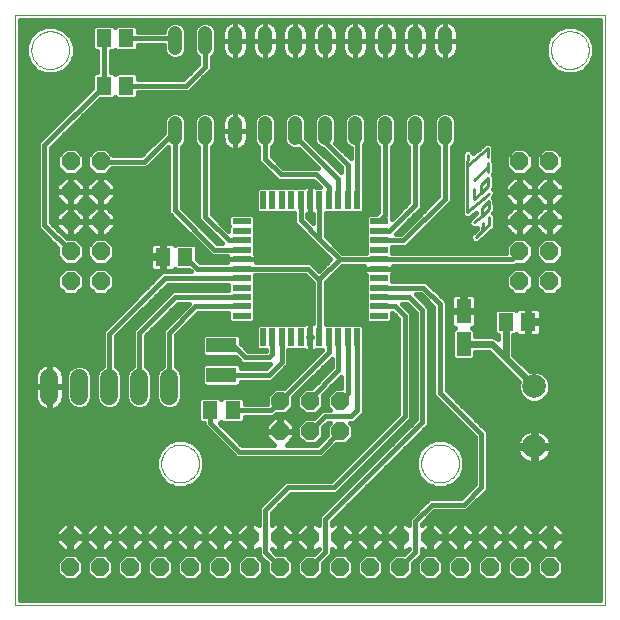
<source format=gbl>
G75*
G70*
%OFA0B0*%
%FSLAX24Y24*%
%IPPOS*%
%LPD*%
%AMOC8*
5,1,8,0,0,1.08239X$1,22.5*
%
%ADD10C,0.0000*%
%ADD11OC8,0.0600*%
%ADD12R,0.0512X0.0591*%
%ADD13R,0.0472X0.0787*%
%ADD14R,0.0197X0.0591*%
%ADD15R,0.0591X0.0197*%
%ADD16C,0.0480*%
%ADD17C,0.0600*%
%ADD18R,0.1000X0.0500*%
%ADD19C,0.0787*%
%ADD20C,0.0160*%
%ADD21C,0.0240*%
%ADD22C,0.0100*%
D10*
X000377Y000377D02*
X020062Y000377D01*
X020062Y020062D01*
X000377Y020062D01*
X000377Y000377D01*
X005259Y005101D02*
X005261Y005151D01*
X005267Y005201D01*
X005277Y005250D01*
X005291Y005298D01*
X005308Y005345D01*
X005329Y005390D01*
X005354Y005434D01*
X005382Y005475D01*
X005414Y005514D01*
X005448Y005551D01*
X005485Y005585D01*
X005525Y005615D01*
X005567Y005642D01*
X005611Y005666D01*
X005657Y005687D01*
X005704Y005703D01*
X005752Y005716D01*
X005802Y005725D01*
X005851Y005730D01*
X005902Y005731D01*
X005952Y005728D01*
X006001Y005721D01*
X006050Y005710D01*
X006098Y005695D01*
X006144Y005677D01*
X006189Y005655D01*
X006232Y005629D01*
X006273Y005600D01*
X006312Y005568D01*
X006348Y005533D01*
X006380Y005495D01*
X006410Y005455D01*
X006437Y005412D01*
X006460Y005368D01*
X006479Y005322D01*
X006495Y005274D01*
X006507Y005225D01*
X006515Y005176D01*
X006519Y005126D01*
X006519Y005076D01*
X006515Y005026D01*
X006507Y004977D01*
X006495Y004928D01*
X006479Y004880D01*
X006460Y004834D01*
X006437Y004790D01*
X006410Y004747D01*
X006380Y004707D01*
X006348Y004669D01*
X006312Y004634D01*
X006273Y004602D01*
X006232Y004573D01*
X006189Y004547D01*
X006144Y004525D01*
X006098Y004507D01*
X006050Y004492D01*
X006001Y004481D01*
X005952Y004474D01*
X005902Y004471D01*
X005851Y004472D01*
X005802Y004477D01*
X005752Y004486D01*
X005704Y004499D01*
X005657Y004515D01*
X005611Y004536D01*
X005567Y004560D01*
X005525Y004587D01*
X005485Y004617D01*
X005448Y004651D01*
X005414Y004688D01*
X005382Y004727D01*
X005354Y004768D01*
X005329Y004812D01*
X005308Y004857D01*
X005291Y004904D01*
X005277Y004952D01*
X005267Y005001D01*
X005261Y005051D01*
X005259Y005101D01*
X013920Y005101D02*
X013922Y005151D01*
X013928Y005201D01*
X013938Y005250D01*
X013952Y005298D01*
X013969Y005345D01*
X013990Y005390D01*
X014015Y005434D01*
X014043Y005475D01*
X014075Y005514D01*
X014109Y005551D01*
X014146Y005585D01*
X014186Y005615D01*
X014228Y005642D01*
X014272Y005666D01*
X014318Y005687D01*
X014365Y005703D01*
X014413Y005716D01*
X014463Y005725D01*
X014512Y005730D01*
X014563Y005731D01*
X014613Y005728D01*
X014662Y005721D01*
X014711Y005710D01*
X014759Y005695D01*
X014805Y005677D01*
X014850Y005655D01*
X014893Y005629D01*
X014934Y005600D01*
X014973Y005568D01*
X015009Y005533D01*
X015041Y005495D01*
X015071Y005455D01*
X015098Y005412D01*
X015121Y005368D01*
X015140Y005322D01*
X015156Y005274D01*
X015168Y005225D01*
X015176Y005176D01*
X015180Y005126D01*
X015180Y005076D01*
X015176Y005026D01*
X015168Y004977D01*
X015156Y004928D01*
X015140Y004880D01*
X015121Y004834D01*
X015098Y004790D01*
X015071Y004747D01*
X015041Y004707D01*
X015009Y004669D01*
X014973Y004634D01*
X014934Y004602D01*
X014893Y004573D01*
X014850Y004547D01*
X014805Y004525D01*
X014759Y004507D01*
X014711Y004492D01*
X014662Y004481D01*
X014613Y004474D01*
X014563Y004471D01*
X014512Y004472D01*
X014463Y004477D01*
X014413Y004486D01*
X014365Y004499D01*
X014318Y004515D01*
X014272Y004536D01*
X014228Y004560D01*
X014186Y004587D01*
X014146Y004617D01*
X014109Y004651D01*
X014075Y004688D01*
X014043Y004727D01*
X014015Y004768D01*
X013990Y004812D01*
X013969Y004857D01*
X013952Y004904D01*
X013938Y004952D01*
X013928Y005001D01*
X013922Y005051D01*
X013920Y005101D01*
X018251Y018881D02*
X018253Y018931D01*
X018259Y018981D01*
X018269Y019030D01*
X018283Y019078D01*
X018300Y019125D01*
X018321Y019170D01*
X018346Y019214D01*
X018374Y019255D01*
X018406Y019294D01*
X018440Y019331D01*
X018477Y019365D01*
X018517Y019395D01*
X018559Y019422D01*
X018603Y019446D01*
X018649Y019467D01*
X018696Y019483D01*
X018744Y019496D01*
X018794Y019505D01*
X018843Y019510D01*
X018894Y019511D01*
X018944Y019508D01*
X018993Y019501D01*
X019042Y019490D01*
X019090Y019475D01*
X019136Y019457D01*
X019181Y019435D01*
X019224Y019409D01*
X019265Y019380D01*
X019304Y019348D01*
X019340Y019313D01*
X019372Y019275D01*
X019402Y019235D01*
X019429Y019192D01*
X019452Y019148D01*
X019471Y019102D01*
X019487Y019054D01*
X019499Y019005D01*
X019507Y018956D01*
X019511Y018906D01*
X019511Y018856D01*
X019507Y018806D01*
X019499Y018757D01*
X019487Y018708D01*
X019471Y018660D01*
X019452Y018614D01*
X019429Y018570D01*
X019402Y018527D01*
X019372Y018487D01*
X019340Y018449D01*
X019304Y018414D01*
X019265Y018382D01*
X019224Y018353D01*
X019181Y018327D01*
X019136Y018305D01*
X019090Y018287D01*
X019042Y018272D01*
X018993Y018261D01*
X018944Y018254D01*
X018894Y018251D01*
X018843Y018252D01*
X018794Y018257D01*
X018744Y018266D01*
X018696Y018279D01*
X018649Y018295D01*
X018603Y018316D01*
X018559Y018340D01*
X018517Y018367D01*
X018477Y018397D01*
X018440Y018431D01*
X018406Y018468D01*
X018374Y018507D01*
X018346Y018548D01*
X018321Y018592D01*
X018300Y018637D01*
X018283Y018684D01*
X018269Y018732D01*
X018259Y018781D01*
X018253Y018831D01*
X018251Y018881D01*
X000928Y018881D02*
X000930Y018931D01*
X000936Y018981D01*
X000946Y019030D01*
X000960Y019078D01*
X000977Y019125D01*
X000998Y019170D01*
X001023Y019214D01*
X001051Y019255D01*
X001083Y019294D01*
X001117Y019331D01*
X001154Y019365D01*
X001194Y019395D01*
X001236Y019422D01*
X001280Y019446D01*
X001326Y019467D01*
X001373Y019483D01*
X001421Y019496D01*
X001471Y019505D01*
X001520Y019510D01*
X001571Y019511D01*
X001621Y019508D01*
X001670Y019501D01*
X001719Y019490D01*
X001767Y019475D01*
X001813Y019457D01*
X001858Y019435D01*
X001901Y019409D01*
X001942Y019380D01*
X001981Y019348D01*
X002017Y019313D01*
X002049Y019275D01*
X002079Y019235D01*
X002106Y019192D01*
X002129Y019148D01*
X002148Y019102D01*
X002164Y019054D01*
X002176Y019005D01*
X002184Y018956D01*
X002188Y018906D01*
X002188Y018856D01*
X002184Y018806D01*
X002176Y018757D01*
X002164Y018708D01*
X002148Y018660D01*
X002129Y018614D01*
X002106Y018570D01*
X002079Y018527D01*
X002049Y018487D01*
X002017Y018449D01*
X001981Y018414D01*
X001942Y018382D01*
X001901Y018353D01*
X001858Y018327D01*
X001813Y018305D01*
X001767Y018287D01*
X001719Y018272D01*
X001670Y018261D01*
X001621Y018254D01*
X001571Y018251D01*
X001520Y018252D01*
X001471Y018257D01*
X001421Y018266D01*
X001373Y018279D01*
X001326Y018295D01*
X001280Y018316D01*
X001236Y018340D01*
X001194Y018367D01*
X001154Y018397D01*
X001117Y018431D01*
X001083Y018468D01*
X001051Y018507D01*
X001023Y018548D01*
X000998Y018592D01*
X000977Y018637D01*
X000960Y018684D01*
X000946Y018732D01*
X000936Y018781D01*
X000930Y018831D01*
X000928Y018881D01*
D11*
X002239Y015172D03*
X002239Y014172D03*
X002239Y013172D03*
X002239Y012172D03*
X002239Y011172D03*
X003239Y011172D03*
X003239Y012172D03*
X003239Y013172D03*
X003239Y014172D03*
X003239Y015172D03*
X009219Y007176D03*
X009219Y006176D03*
X010219Y006176D03*
X010219Y007176D03*
X011219Y007176D03*
X011219Y006176D03*
X011219Y002649D03*
X010219Y002649D03*
X009219Y002649D03*
X009219Y001649D03*
X008219Y001649D03*
X008219Y002649D03*
X007219Y002649D03*
X007219Y001649D03*
X006219Y001649D03*
X006219Y002649D03*
X005219Y002649D03*
X005219Y001649D03*
X004219Y001649D03*
X004219Y002649D03*
X003219Y002649D03*
X003219Y001649D03*
X002219Y001649D03*
X002219Y002649D03*
X010219Y001649D03*
X011219Y001649D03*
X012219Y001649D03*
X012219Y002649D03*
X013219Y002649D03*
X013219Y001649D03*
X014219Y001649D03*
X014219Y002649D03*
X015219Y002649D03*
X015219Y001649D03*
X016219Y001649D03*
X016219Y002649D03*
X017219Y002649D03*
X017219Y001649D03*
X018219Y001649D03*
X018219Y002649D03*
X018200Y011172D03*
X018200Y012172D03*
X018200Y013172D03*
X018200Y014172D03*
X018200Y015172D03*
X017200Y015172D03*
X017200Y014172D03*
X017200Y013172D03*
X017200Y012172D03*
X017200Y011172D03*
D12*
X017483Y009826D03*
X016735Y009826D03*
X007641Y006873D03*
X006893Y006873D03*
X006066Y011991D03*
X005318Y011991D03*
X004097Y017700D03*
X003349Y017700D03*
X003349Y019274D03*
X004097Y019274D03*
D13*
X015337Y010180D03*
X015337Y009078D03*
D14*
X011794Y009314D03*
X011479Y009314D03*
X011164Y009314D03*
X010849Y009314D03*
X010534Y009314D03*
X010219Y009314D03*
X009904Y009314D03*
X009589Y009314D03*
X009274Y009314D03*
X008960Y009314D03*
X008645Y009314D03*
X008645Y013881D03*
X008960Y013881D03*
X009274Y013881D03*
X009589Y013881D03*
X009904Y013881D03*
X010219Y013881D03*
X010534Y013881D03*
X010849Y013881D03*
X011164Y013881D03*
X011479Y013881D03*
X011794Y013881D03*
D15*
X012503Y013172D03*
X012503Y012857D03*
X012503Y012542D03*
X012503Y012227D03*
X012503Y011912D03*
X012503Y011597D03*
X012503Y011282D03*
X012503Y010967D03*
X012503Y010652D03*
X012503Y010337D03*
X012503Y010023D03*
X007936Y010023D03*
X007936Y010337D03*
X007936Y010652D03*
X007936Y010967D03*
X007936Y011282D03*
X007936Y011597D03*
X007936Y011912D03*
X007936Y012227D03*
X007936Y012542D03*
X007936Y012857D03*
X007936Y013172D03*
D16*
X007719Y015960D02*
X007719Y016440D01*
X006719Y016440D02*
X006719Y015960D01*
X005719Y015960D02*
X005719Y016440D01*
X005719Y018960D02*
X005719Y019440D01*
X006719Y019440D02*
X006719Y018960D01*
X007719Y018960D02*
X007719Y019440D01*
X008719Y019440D02*
X008719Y018960D01*
X009719Y018960D02*
X009719Y019440D01*
X010719Y019440D02*
X010719Y018960D01*
X011719Y018960D02*
X011719Y019440D01*
X012719Y019440D02*
X012719Y018960D01*
X013719Y018960D02*
X013719Y019440D01*
X014719Y019440D02*
X014719Y018960D01*
X014719Y016440D02*
X014719Y015960D01*
X013719Y015960D02*
X013719Y016440D01*
X012719Y016440D02*
X012719Y015960D01*
X011719Y015960D02*
X011719Y016440D01*
X010719Y016440D02*
X010719Y015960D01*
X009719Y015960D02*
X009719Y016440D01*
X008719Y016440D02*
X008719Y015960D01*
D17*
X005526Y007960D02*
X005526Y007360D01*
X004526Y007360D02*
X004526Y007960D01*
X003526Y007960D02*
X003526Y007360D01*
X002526Y007360D02*
X002526Y007960D01*
X001526Y007960D02*
X001526Y007360D01*
D18*
X007267Y008054D03*
X007267Y009038D03*
D19*
X017690Y007668D03*
X017690Y005668D03*
D20*
X017738Y005716D02*
X017642Y005716D01*
X017642Y006241D01*
X017555Y006227D01*
X017470Y006199D01*
X017389Y006158D01*
X017316Y006105D01*
X017252Y006041D01*
X017199Y005968D01*
X017158Y005888D01*
X017130Y005802D01*
X017117Y005716D01*
X017642Y005716D01*
X017642Y005620D01*
X017117Y005620D01*
X017130Y005533D01*
X017158Y005448D01*
X017199Y005367D01*
X017252Y005294D01*
X017316Y005230D01*
X017389Y005177D01*
X017470Y005136D01*
X017555Y005108D01*
X017642Y005094D01*
X017642Y005620D01*
X017738Y005620D01*
X017738Y005716D01*
X017738Y006241D01*
X017824Y006227D01*
X017910Y006199D01*
X017991Y006158D01*
X018064Y006105D01*
X018127Y006041D01*
X018181Y005968D01*
X018222Y005888D01*
X018249Y005802D01*
X018263Y005716D01*
X017738Y005716D01*
X017738Y005766D02*
X017642Y005766D01*
X017642Y005924D02*
X017738Y005924D01*
X017738Y006083D02*
X017642Y006083D01*
X017294Y006083D02*
X016148Y006083D01*
X016148Y006177D02*
X016019Y006306D01*
X014770Y007555D01*
X014770Y010507D01*
X014641Y010636D01*
X014090Y011187D01*
X012938Y011187D01*
X012938Y011384D01*
X012942Y011388D01*
X012966Y011429D01*
X012978Y011475D01*
X012978Y011597D01*
X012503Y011597D01*
X012503Y011597D01*
X012978Y011597D01*
X012978Y011692D01*
X017031Y011692D01*
X017071Y011732D01*
X017382Y011732D01*
X017640Y011990D01*
X017640Y012354D01*
X017382Y012612D01*
X017017Y012612D01*
X016760Y012354D01*
X016760Y012132D01*
X012938Y012132D01*
X012938Y012322D01*
X013421Y012322D01*
X014810Y013712D01*
X014939Y013841D01*
X014939Y015642D01*
X015042Y015744D01*
X015099Y015884D01*
X015099Y016515D01*
X015042Y016655D01*
X014935Y016762D01*
X014795Y016820D01*
X014644Y016820D01*
X014504Y016762D01*
X014397Y016655D01*
X014339Y016515D01*
X014339Y015884D01*
X014397Y015744D01*
X014499Y015642D01*
X014499Y014023D01*
X013238Y012762D01*
X013073Y012762D01*
X013810Y013499D01*
X013939Y013628D01*
X013939Y015642D01*
X014042Y015744D01*
X014099Y015884D01*
X014099Y016515D01*
X014042Y016655D01*
X013935Y016762D01*
X013795Y016820D01*
X013644Y016820D01*
X013504Y016762D01*
X013397Y016655D01*
X013339Y016515D01*
X013339Y015884D01*
X013397Y015744D01*
X013499Y015642D01*
X013499Y013810D01*
X012938Y013249D01*
X012938Y013296D01*
X012939Y013298D01*
X012939Y015642D01*
X013042Y015744D01*
X013099Y015884D01*
X013099Y016515D01*
X013042Y016655D01*
X012935Y016762D01*
X012795Y016820D01*
X012644Y016820D01*
X012504Y016762D01*
X012397Y016655D01*
X012339Y016515D01*
X012339Y015884D01*
X012397Y015744D01*
X012499Y015642D01*
X012499Y013480D01*
X012430Y013411D01*
X012150Y013411D01*
X012068Y013329D01*
X012068Y013016D01*
X012069Y013015D01*
X012068Y013014D01*
X012068Y012701D01*
X012069Y012700D01*
X012068Y012699D01*
X012068Y012386D01*
X012069Y012385D01*
X012068Y012384D01*
X012068Y012132D01*
X011295Y012132D01*
X010754Y012673D01*
X010754Y013446D01*
X011006Y013446D01*
X011007Y013447D01*
X011008Y013446D01*
X011321Y013446D01*
X011322Y013447D01*
X011323Y013446D01*
X011636Y013446D01*
X011637Y013447D01*
X011638Y013446D01*
X011951Y013446D01*
X012033Y013528D01*
X012033Y014234D01*
X012014Y014252D01*
X012014Y015717D01*
X012042Y015744D01*
X012099Y015884D01*
X012099Y016515D01*
X012042Y016655D01*
X011935Y016762D01*
X011795Y016820D01*
X011644Y016820D01*
X011504Y016762D01*
X011397Y016655D01*
X011339Y016515D01*
X011339Y015884D01*
X011397Y015744D01*
X011504Y015638D01*
X011574Y015609D01*
X011574Y015278D01*
X011570Y015282D01*
X011061Y015791D01*
X011099Y015884D01*
X011099Y016515D01*
X011042Y016655D01*
X010935Y016762D01*
X010795Y016820D01*
X010644Y016820D01*
X010504Y016762D01*
X010397Y016655D01*
X010339Y016515D01*
X010339Y015884D01*
X010397Y015744D01*
X010504Y015638D01*
X010644Y015580D01*
X010650Y015580D01*
X011259Y014971D01*
X011259Y014806D01*
X010099Y015965D01*
X010099Y016515D01*
X010042Y016655D01*
X009935Y016762D01*
X009795Y016820D01*
X009644Y016820D01*
X009504Y016762D01*
X009397Y016655D01*
X009339Y016515D01*
X009339Y015884D01*
X009397Y015744D01*
X009504Y015638D01*
X009644Y015580D01*
X009795Y015580D01*
X009843Y015600D01*
X010476Y014967D01*
X009326Y014967D01*
X008939Y015354D01*
X008939Y015642D01*
X009042Y015744D01*
X009099Y015884D01*
X009099Y016515D01*
X009042Y016655D01*
X008935Y016762D01*
X008795Y016820D01*
X008644Y016820D01*
X008504Y016762D01*
X008397Y016655D01*
X008339Y016515D01*
X008339Y015884D01*
X008397Y015744D01*
X008499Y015642D01*
X008499Y015172D01*
X008628Y015043D01*
X009144Y014527D01*
X010325Y014527D01*
X010536Y014316D01*
X010432Y014316D01*
X010428Y014320D01*
X010387Y014344D01*
X010341Y014356D01*
X010219Y014356D01*
X010097Y014356D01*
X010051Y014344D01*
X010010Y014320D01*
X010006Y014316D01*
X009748Y014316D01*
X009747Y014315D01*
X009746Y014316D01*
X009433Y014316D01*
X009432Y014315D01*
X009431Y014316D01*
X009118Y014316D01*
X009117Y014315D01*
X009116Y014316D01*
X008803Y014316D01*
X008802Y014315D01*
X008801Y014316D01*
X008488Y014316D01*
X008406Y014234D01*
X008406Y013528D01*
X008488Y013446D01*
X008801Y013446D01*
X008802Y013447D01*
X008803Y013446D01*
X009116Y013446D01*
X009117Y013447D01*
X009118Y013446D01*
X009431Y013446D01*
X009432Y013447D01*
X009433Y013446D01*
X009684Y013446D01*
X009684Y013120D01*
X010443Y012362D01*
X010892Y011912D01*
X010515Y011534D01*
X010232Y011817D01*
X008411Y011817D01*
X008411Y011912D01*
X007936Y011912D01*
X007936Y011912D01*
X007461Y011912D01*
X007461Y011817D01*
X006551Y011817D01*
X006462Y011906D01*
X006462Y012344D01*
X006380Y012426D01*
X005752Y012426D01*
X005719Y012394D01*
X005718Y012397D01*
X005684Y012430D01*
X005643Y012454D01*
X005597Y012466D01*
X005366Y012466D01*
X005366Y012039D01*
X005270Y012039D01*
X005270Y012466D01*
X005038Y012466D01*
X004992Y012454D01*
X004951Y012430D01*
X004918Y012397D01*
X004894Y012356D01*
X004882Y012310D01*
X004882Y012039D01*
X005270Y012039D01*
X005270Y011943D01*
X005366Y011943D01*
X005366Y011516D01*
X005597Y011516D01*
X005643Y011528D01*
X005684Y011552D01*
X005718Y011585D01*
X005719Y011588D01*
X005752Y011556D01*
X006190Y011556D01*
X006240Y011506D01*
X006243Y011502D01*
X005286Y011502D01*
X003435Y009652D01*
X003306Y009523D01*
X003306Y008345D01*
X003277Y008333D01*
X003153Y008210D01*
X003086Y008048D01*
X003086Y007273D01*
X003153Y007111D01*
X003277Y006987D01*
X003439Y006920D01*
X003614Y006920D01*
X003776Y006987D01*
X003899Y007111D01*
X003966Y007273D01*
X003966Y008048D01*
X003899Y008210D01*
X003776Y008333D01*
X003746Y008345D01*
X003746Y009341D01*
X005468Y011062D01*
X007501Y011062D01*
X007501Y010872D01*
X005640Y010872D01*
X004435Y009668D01*
X004306Y009539D01*
X004306Y008345D01*
X004277Y008333D01*
X004153Y008210D01*
X004086Y008048D01*
X004086Y007273D01*
X004153Y007111D01*
X004277Y006987D01*
X004439Y006920D01*
X004614Y006920D01*
X004776Y006987D01*
X004899Y007111D01*
X004966Y007273D01*
X004966Y008048D01*
X004899Y008210D01*
X004776Y008333D01*
X004746Y008345D01*
X004746Y009357D01*
X005822Y010432D01*
X006184Y010432D01*
X005435Y009683D01*
X005306Y009555D01*
X005306Y008345D01*
X005277Y008333D01*
X005153Y008210D01*
X005086Y008048D01*
X005086Y007273D01*
X005153Y007111D01*
X005277Y006987D01*
X005439Y006920D01*
X005614Y006920D01*
X005776Y006987D01*
X005899Y007111D01*
X005966Y007273D01*
X005966Y008048D01*
X005899Y008210D01*
X005776Y008333D01*
X005746Y008345D01*
X005746Y009372D01*
X006492Y010117D01*
X007501Y010117D01*
X007501Y009866D01*
X007583Y009784D01*
X008289Y009784D01*
X008371Y009866D01*
X008371Y010179D01*
X008370Y010180D01*
X008371Y010181D01*
X008371Y010494D01*
X008370Y010495D01*
X008371Y010496D01*
X008371Y010809D01*
X008370Y010810D01*
X008371Y010811D01*
X008371Y011124D01*
X008370Y011125D01*
X008371Y011126D01*
X008371Y011377D01*
X010050Y011377D01*
X010314Y011112D01*
X010314Y009789D01*
X010219Y009789D01*
X010097Y009789D01*
X010051Y009777D01*
X010010Y009753D01*
X010006Y009749D01*
X009748Y009749D01*
X009747Y009748D01*
X009746Y009749D01*
X009433Y009749D01*
X009432Y009748D01*
X009431Y009749D01*
X009118Y009749D01*
X009117Y009748D01*
X009116Y009749D01*
X008803Y009749D01*
X008802Y009748D01*
X008801Y009749D01*
X008488Y009749D01*
X008406Y009667D01*
X008406Y008961D01*
X008488Y008879D01*
X008740Y008879D01*
X008740Y008865D01*
X008145Y008865D01*
X007907Y009103D01*
X007907Y009346D01*
X007825Y009428D01*
X006709Y009428D01*
X006627Y009346D01*
X006627Y008730D01*
X006709Y008648D01*
X007739Y008648D01*
X007963Y008425D01*
X008901Y008425D01*
X008750Y008274D01*
X007907Y008274D01*
X007907Y008362D01*
X007825Y008444D01*
X006709Y008444D01*
X006627Y008362D01*
X006627Y007746D01*
X006709Y007664D01*
X007825Y007664D01*
X007907Y007746D01*
X007907Y007834D01*
X008933Y007834D01*
X009061Y007963D01*
X009366Y008267D01*
X009494Y008396D01*
X009494Y008879D01*
X009746Y008879D01*
X009747Y008880D01*
X009748Y008879D01*
X010006Y008879D01*
X010010Y008875D01*
X010051Y008851D01*
X010097Y008839D01*
X010219Y008839D01*
X010219Y009314D01*
X010143Y009314D01*
X010143Y009314D01*
X010219Y009314D01*
X010219Y009314D01*
X010219Y009789D01*
X010219Y009314D01*
X010219Y009314D01*
X010219Y009314D01*
X010219Y008839D01*
X010341Y008839D01*
X010387Y008851D01*
X010428Y008875D01*
X010432Y008879D01*
X010611Y008879D01*
X009348Y007616D01*
X009037Y007616D01*
X008779Y007358D01*
X008779Y007093D01*
X008037Y007093D01*
X008037Y007226D01*
X007955Y007308D01*
X007327Y007308D01*
X007267Y007248D01*
X007206Y007308D01*
X006579Y007308D01*
X006497Y007226D01*
X006497Y006520D01*
X006579Y006438D01*
X006673Y006438D01*
X006673Y006368D01*
X007637Y005404D01*
X007766Y005275D01*
X010629Y005275D01*
X011090Y005736D01*
X011402Y005736D01*
X011659Y005994D01*
X011659Y006358D01*
X011562Y006456D01*
X011688Y006456D01*
X011817Y006585D01*
X012014Y006782D01*
X012014Y008942D01*
X012033Y008961D01*
X012033Y009667D01*
X011951Y009749D01*
X011638Y009749D01*
X011637Y009748D01*
X011636Y009749D01*
X011323Y009749D01*
X011322Y009748D01*
X011321Y009749D01*
X011008Y009749D01*
X011007Y009748D01*
X011006Y009749D01*
X010754Y009749D01*
X010754Y011152D01*
X011295Y011692D01*
X012028Y011692D01*
X012028Y011597D01*
X012028Y011475D01*
X012040Y011429D01*
X012064Y011388D01*
X012068Y011384D01*
X012068Y011126D01*
X012069Y011125D01*
X012068Y011124D01*
X012068Y010811D01*
X012069Y010810D01*
X012068Y010809D01*
X012068Y010496D01*
X012069Y010495D01*
X012068Y010494D01*
X012068Y010181D01*
X012069Y010180D01*
X012068Y010179D01*
X012068Y009866D01*
X012150Y009784D01*
X012856Y009784D01*
X012938Y009866D01*
X012938Y010117D01*
X012963Y010117D01*
X013149Y009931D01*
X013149Y006767D01*
X010916Y004534D01*
X009400Y004534D01*
X008503Y003637D01*
X008503Y003043D01*
X008418Y003129D01*
X008239Y003129D01*
X008239Y002669D01*
X008199Y002669D01*
X008199Y003129D01*
X008021Y003129D01*
X007739Y002847D01*
X007739Y002669D01*
X008199Y002669D01*
X008199Y002629D01*
X007739Y002629D01*
X007739Y002450D01*
X008021Y002169D01*
X008199Y002169D01*
X008199Y002628D01*
X008239Y002628D01*
X008239Y002169D01*
X008418Y002169D01*
X008503Y002254D01*
X008503Y002053D01*
X008632Y001925D01*
X008779Y001777D01*
X008779Y001466D01*
X009037Y001209D01*
X009402Y001209D01*
X009659Y001466D01*
X009659Y001831D01*
X009402Y002089D01*
X009090Y002089D01*
X008943Y002236D01*
X008943Y002246D01*
X009021Y002169D01*
X009199Y002169D01*
X009199Y002628D01*
X009239Y002628D01*
X009239Y002169D01*
X009418Y002169D01*
X009699Y002450D01*
X009699Y002629D01*
X009239Y002629D01*
X009239Y002669D01*
X009199Y002669D01*
X009199Y003129D01*
X009021Y003129D01*
X008943Y003051D01*
X008943Y003455D01*
X009582Y004094D01*
X011098Y004094D01*
X011227Y004223D01*
X013589Y006585D01*
X013589Y010114D01*
X013460Y010243D01*
X013270Y010432D01*
X013435Y010432D01*
X013740Y010128D01*
X013740Y006570D01*
X010640Y003471D01*
X010511Y003342D01*
X010511Y003036D01*
X010418Y003129D01*
X010239Y003129D01*
X010239Y002669D01*
X010199Y002669D01*
X010199Y003129D01*
X010021Y003129D01*
X009739Y002847D01*
X009739Y002669D01*
X010199Y002669D01*
X010199Y002629D01*
X009739Y002629D01*
X009739Y002450D01*
X010021Y002169D01*
X010199Y002169D01*
X010199Y002628D01*
X010239Y002628D01*
X010239Y002169D01*
X010418Y002169D01*
X010511Y002261D01*
X010511Y002251D01*
X010348Y002089D01*
X010037Y002089D01*
X009779Y001831D01*
X009779Y001466D01*
X010037Y001209D01*
X010402Y001209D01*
X010659Y001466D01*
X010659Y001777D01*
X010822Y001940D01*
X010951Y002069D01*
X010951Y002238D01*
X011021Y002169D01*
X011199Y002169D01*
X011199Y002628D01*
X011239Y002628D01*
X011239Y002169D01*
X011418Y002169D01*
X011699Y002450D01*
X011699Y002629D01*
X011239Y002629D01*
X011239Y002669D01*
X011199Y002669D01*
X011199Y003129D01*
X011021Y003129D01*
X010951Y003059D01*
X010951Y003160D01*
X014180Y006388D01*
X014180Y010310D01*
X014051Y010439D01*
X013743Y010747D01*
X013908Y010747D01*
X014330Y010325D01*
X014330Y007372D01*
X014459Y007243D01*
X015708Y005994D01*
X015708Y004405D01*
X015246Y003943D01*
X014183Y003943D01*
X014054Y003814D01*
X013503Y003263D01*
X013503Y003043D01*
X013418Y003129D01*
X013239Y003129D01*
X013239Y002669D01*
X013199Y002669D01*
X013199Y003129D01*
X013021Y003129D01*
X012739Y002847D01*
X012739Y002669D01*
X013199Y002669D01*
X013199Y002629D01*
X012739Y002629D01*
X012739Y002450D01*
X013021Y002169D01*
X013199Y002169D01*
X013199Y002628D01*
X013239Y002628D01*
X013239Y002169D01*
X013418Y002169D01*
X013503Y002254D01*
X013503Y002244D01*
X013348Y002089D01*
X013037Y002089D01*
X012779Y001831D01*
X012779Y001466D01*
X013037Y001209D01*
X013402Y001209D01*
X013659Y001466D01*
X013659Y001777D01*
X013814Y001932D01*
X013943Y002061D01*
X013943Y002246D01*
X014021Y002169D01*
X014199Y002169D01*
X014199Y002628D01*
X014239Y002628D01*
X014239Y002169D01*
X014418Y002169D01*
X014699Y002450D01*
X014699Y002629D01*
X014239Y002629D01*
X014239Y002669D01*
X014199Y002669D01*
X014199Y003129D01*
X014021Y003129D01*
X013943Y003051D01*
X013943Y003081D01*
X014366Y003503D01*
X015429Y003503D01*
X016148Y004223D01*
X016148Y006177D01*
X016083Y006241D02*
X019882Y006241D01*
X019882Y006083D02*
X018086Y006083D01*
X018203Y005924D02*
X019882Y005924D01*
X019882Y005766D02*
X018255Y005766D01*
X018263Y005620D02*
X017738Y005620D01*
X017738Y005094D01*
X017824Y005108D01*
X017910Y005136D01*
X017991Y005177D01*
X018064Y005230D01*
X018127Y005294D01*
X018181Y005367D01*
X018222Y005448D01*
X018249Y005533D01*
X018263Y005620D01*
X018261Y005607D02*
X019882Y005607D01*
X019882Y005449D02*
X018222Y005449D01*
X018124Y005290D02*
X019882Y005290D01*
X019882Y005132D02*
X017897Y005132D01*
X017738Y005132D02*
X017642Y005132D01*
X017642Y005290D02*
X017738Y005290D01*
X017738Y005449D02*
X017642Y005449D01*
X017642Y005607D02*
X017738Y005607D01*
X017483Y005132D02*
X016148Y005132D01*
X016148Y005290D02*
X017256Y005290D01*
X017158Y005449D02*
X016148Y005449D01*
X016148Y005607D02*
X017119Y005607D01*
X017125Y005766D02*
X016148Y005766D01*
X016148Y005924D02*
X017177Y005924D01*
X016148Y004973D02*
X019882Y004973D01*
X019882Y004815D02*
X016148Y004815D01*
X016148Y004656D02*
X019882Y004656D01*
X019882Y004498D02*
X016148Y004498D01*
X016148Y004339D02*
X019882Y004339D01*
X019882Y004181D02*
X016106Y004181D01*
X015928Y004314D02*
X015337Y003723D01*
X014274Y003723D01*
X013723Y003172D01*
X013723Y002152D01*
X013219Y001649D01*
X012910Y001962D02*
X012528Y001962D01*
X012402Y002089D02*
X012037Y002089D01*
X011779Y001831D01*
X011779Y001466D01*
X012037Y001209D01*
X012402Y001209D01*
X012659Y001466D01*
X012659Y001831D01*
X012402Y002089D01*
X012418Y002169D02*
X012699Y002450D01*
X012699Y002629D01*
X012239Y002629D01*
X012239Y002669D01*
X012199Y002669D01*
X012199Y003129D01*
X012021Y003129D01*
X011739Y002847D01*
X011739Y002669D01*
X012199Y002669D01*
X012199Y002629D01*
X011739Y002629D01*
X011739Y002450D01*
X012021Y002169D01*
X012199Y002169D01*
X012199Y002628D01*
X012239Y002628D01*
X012239Y002169D01*
X012418Y002169D01*
X012529Y002279D02*
X012910Y002279D01*
X012752Y002437D02*
X012687Y002437D01*
X012699Y002596D02*
X012739Y002596D01*
X012699Y002669D02*
X012699Y002847D01*
X012418Y003129D01*
X012239Y003129D01*
X012239Y002669D01*
X012699Y002669D01*
X012699Y002754D02*
X012739Y002754D01*
X012805Y002913D02*
X012634Y002913D01*
X012475Y003071D02*
X012963Y003071D01*
X013199Y003071D02*
X013239Y003071D01*
X013239Y002913D02*
X013199Y002913D01*
X013199Y002754D02*
X013239Y002754D01*
X013239Y002596D02*
X013199Y002596D01*
X013199Y002437D02*
X013239Y002437D01*
X013239Y002279D02*
X013199Y002279D01*
X013380Y002120D02*
X010951Y002120D01*
X011037Y002089D02*
X010779Y001831D01*
X010779Y001466D01*
X011037Y001209D01*
X011402Y001209D01*
X011659Y001466D01*
X011659Y001831D01*
X011402Y002089D01*
X011037Y002089D01*
X010910Y001962D02*
X010844Y001962D01*
X010779Y001803D02*
X010685Y001803D01*
X010659Y001645D02*
X010779Y001645D01*
X010779Y001486D02*
X010659Y001486D01*
X010521Y001328D02*
X010918Y001328D01*
X011521Y001328D02*
X011918Y001328D01*
X011779Y001486D02*
X011659Y001486D01*
X011659Y001645D02*
X011779Y001645D01*
X011779Y001803D02*
X011659Y001803D01*
X011528Y001962D02*
X011910Y001962D01*
X011910Y002279D02*
X011529Y002279D01*
X011687Y002437D02*
X011752Y002437D01*
X011739Y002596D02*
X011699Y002596D01*
X011699Y002669D02*
X011699Y002847D01*
X011418Y003129D01*
X011239Y003129D01*
X011239Y002669D01*
X011699Y002669D01*
X011699Y002754D02*
X011739Y002754D01*
X011805Y002913D02*
X011634Y002913D01*
X011475Y003071D02*
X011963Y003071D01*
X012199Y003071D02*
X012239Y003071D01*
X012239Y002913D02*
X012199Y002913D01*
X012199Y002754D02*
X012239Y002754D01*
X012239Y002596D02*
X012199Y002596D01*
X012199Y002437D02*
X012239Y002437D01*
X012239Y002279D02*
X012199Y002279D01*
X012659Y001803D02*
X012779Y001803D01*
X012779Y001645D02*
X012659Y001645D01*
X012659Y001486D02*
X012779Y001486D01*
X012918Y001328D02*
X012521Y001328D01*
X013521Y001328D02*
X013918Y001328D01*
X014037Y001209D02*
X013779Y001466D01*
X013779Y001831D01*
X014037Y002089D01*
X014402Y002089D01*
X014659Y001831D01*
X014659Y001466D01*
X014402Y001209D01*
X014037Y001209D01*
X013779Y001486D02*
X013659Y001486D01*
X013659Y001645D02*
X013779Y001645D01*
X013779Y001803D02*
X013685Y001803D01*
X013814Y001932D02*
X013814Y001932D01*
X013844Y001962D02*
X013910Y001962D01*
X013943Y002120D02*
X019882Y002120D01*
X019882Y001962D02*
X018528Y001962D01*
X018402Y002089D02*
X018037Y002089D01*
X017779Y001831D01*
X017779Y001466D01*
X018037Y001209D01*
X018402Y001209D01*
X018659Y001466D01*
X018659Y001831D01*
X018402Y002089D01*
X018418Y002169D02*
X018699Y002450D01*
X018699Y002629D01*
X018239Y002629D01*
X018239Y002669D01*
X018199Y002669D01*
X018199Y003129D01*
X018021Y003129D01*
X017739Y002847D01*
X017739Y002669D01*
X018199Y002669D01*
X018199Y002629D01*
X017739Y002629D01*
X017739Y002450D01*
X018021Y002169D01*
X018199Y002169D01*
X018199Y002628D01*
X018239Y002628D01*
X018239Y002169D01*
X018418Y002169D01*
X018529Y002279D02*
X019882Y002279D01*
X019882Y002437D02*
X018687Y002437D01*
X018699Y002596D02*
X019882Y002596D01*
X019882Y002754D02*
X018699Y002754D01*
X018699Y002669D02*
X018699Y002847D01*
X018418Y003129D01*
X018239Y003129D01*
X018239Y002669D01*
X018699Y002669D01*
X018634Y002913D02*
X019882Y002913D01*
X019882Y003071D02*
X018475Y003071D01*
X018239Y003071D02*
X018199Y003071D01*
X018199Y002913D02*
X018239Y002913D01*
X018239Y002754D02*
X018199Y002754D01*
X018199Y002596D02*
X018239Y002596D01*
X018239Y002437D02*
X018199Y002437D01*
X018199Y002279D02*
X018239Y002279D01*
X017910Y002279D02*
X017529Y002279D01*
X017418Y002169D02*
X017239Y002169D01*
X017239Y002628D01*
X017199Y002628D01*
X017199Y002169D01*
X017021Y002169D01*
X016739Y002450D01*
X016739Y002629D01*
X017199Y002629D01*
X017199Y002669D01*
X017199Y003129D01*
X017021Y003129D01*
X016739Y002847D01*
X016739Y002669D01*
X017199Y002669D01*
X017239Y002669D01*
X017239Y003129D01*
X017418Y003129D01*
X017699Y002847D01*
X017699Y002669D01*
X017239Y002669D01*
X017239Y002629D01*
X017699Y002629D01*
X017699Y002450D01*
X017418Y002169D01*
X017402Y002089D02*
X017037Y002089D01*
X016779Y001831D01*
X016779Y001466D01*
X017037Y001209D01*
X017402Y001209D01*
X017659Y001466D01*
X017659Y001831D01*
X017402Y002089D01*
X017528Y001962D02*
X017910Y001962D01*
X017779Y001803D02*
X017659Y001803D01*
X017659Y001645D02*
X017779Y001645D01*
X017779Y001486D02*
X017659Y001486D01*
X017521Y001328D02*
X017918Y001328D01*
X018521Y001328D02*
X019882Y001328D01*
X019882Y001486D02*
X018659Y001486D01*
X018659Y001645D02*
X019882Y001645D01*
X019882Y001803D02*
X018659Y001803D01*
X017752Y002437D02*
X017687Y002437D01*
X017699Y002596D02*
X017739Y002596D01*
X017739Y002754D02*
X017699Y002754D01*
X017634Y002913D02*
X017805Y002913D01*
X017963Y003071D02*
X017475Y003071D01*
X017239Y003071D02*
X017199Y003071D01*
X017199Y002913D02*
X017239Y002913D01*
X017239Y002754D02*
X017199Y002754D01*
X017199Y002596D02*
X017239Y002596D01*
X017239Y002437D02*
X017199Y002437D01*
X017199Y002279D02*
X017239Y002279D01*
X016910Y002279D02*
X016529Y002279D01*
X016418Y002169D02*
X016239Y002169D01*
X016239Y002628D01*
X016199Y002628D01*
X016199Y002169D01*
X016021Y002169D01*
X015739Y002450D01*
X015739Y002629D01*
X016199Y002629D01*
X016199Y002669D01*
X016199Y003129D01*
X016021Y003129D01*
X015739Y002847D01*
X015739Y002669D01*
X016199Y002669D01*
X016239Y002669D01*
X016239Y003129D01*
X016418Y003129D01*
X016699Y002847D01*
X016699Y002669D01*
X016239Y002669D01*
X016239Y002629D01*
X016699Y002629D01*
X016699Y002450D01*
X016418Y002169D01*
X016402Y002089D02*
X016037Y002089D01*
X015779Y001831D01*
X015779Y001466D01*
X016037Y001209D01*
X016402Y001209D01*
X016659Y001466D01*
X016659Y001831D01*
X016402Y002089D01*
X016528Y001962D02*
X016910Y001962D01*
X016779Y001803D02*
X016659Y001803D01*
X016659Y001645D02*
X016779Y001645D01*
X016779Y001486D02*
X016659Y001486D01*
X016521Y001328D02*
X016918Y001328D01*
X015918Y001328D02*
X015521Y001328D01*
X015402Y001209D02*
X015659Y001466D01*
X015659Y001831D01*
X015402Y002089D01*
X015037Y002089D01*
X014779Y001831D01*
X014779Y001466D01*
X015037Y001209D01*
X015402Y001209D01*
X015659Y001486D02*
X015779Y001486D01*
X015779Y001645D02*
X015659Y001645D01*
X015659Y001803D02*
X015779Y001803D01*
X015910Y001962D02*
X015528Y001962D01*
X015418Y002169D02*
X015239Y002169D01*
X015239Y002628D01*
X015199Y002628D01*
X015199Y002169D01*
X015021Y002169D01*
X014739Y002450D01*
X014739Y002629D01*
X015199Y002629D01*
X015199Y002669D01*
X015199Y003129D01*
X015021Y003129D01*
X014739Y002847D01*
X014739Y002669D01*
X015199Y002669D01*
X015239Y002669D01*
X015239Y003129D01*
X015418Y003129D01*
X015699Y002847D01*
X015699Y002669D01*
X015239Y002669D01*
X015239Y002629D01*
X015699Y002629D01*
X015699Y002450D01*
X015418Y002169D01*
X015529Y002279D02*
X015910Y002279D01*
X015752Y002437D02*
X015687Y002437D01*
X015699Y002596D02*
X015739Y002596D01*
X015739Y002754D02*
X015699Y002754D01*
X015634Y002913D02*
X015805Y002913D01*
X015963Y003071D02*
X015475Y003071D01*
X015239Y003071D02*
X015199Y003071D01*
X015199Y002913D02*
X015239Y002913D01*
X015239Y002754D02*
X015199Y002754D01*
X015199Y002596D02*
X015239Y002596D01*
X015239Y002437D02*
X015199Y002437D01*
X015199Y002279D02*
X015239Y002279D01*
X014910Y002279D02*
X014529Y002279D01*
X014687Y002437D02*
X014752Y002437D01*
X014739Y002596D02*
X014699Y002596D01*
X014699Y002669D02*
X014699Y002847D01*
X014418Y003129D01*
X014239Y003129D01*
X014239Y002669D01*
X014699Y002669D01*
X014699Y002754D02*
X014739Y002754D01*
X014805Y002913D02*
X014634Y002913D01*
X014475Y003071D02*
X014963Y003071D01*
X015472Y003547D02*
X019882Y003547D01*
X019882Y003705D02*
X015631Y003705D01*
X015789Y003864D02*
X019882Y003864D01*
X019882Y004022D02*
X015948Y004022D01*
X015928Y004314D02*
X015928Y006086D01*
X014550Y007463D01*
X014550Y010416D01*
X013999Y010967D01*
X012503Y010967D01*
X012503Y010652D02*
X013526Y010652D01*
X013960Y010219D01*
X013960Y006479D01*
X010731Y003251D01*
X010731Y002160D01*
X010219Y001649D01*
X009910Y001962D02*
X009528Y001962D01*
X009659Y001803D02*
X009779Y001803D01*
X009779Y001645D02*
X009659Y001645D01*
X009659Y001486D02*
X009779Y001486D01*
X009918Y001328D02*
X009521Y001328D01*
X009219Y001649D02*
X008723Y002145D01*
X008723Y003546D01*
X009491Y004314D01*
X011007Y004314D01*
X013369Y006676D01*
X013369Y010023D01*
X013054Y010337D01*
X012503Y010337D01*
X012068Y010362D02*
X010754Y010362D01*
X010754Y010204D02*
X012068Y010204D01*
X012068Y010045D02*
X010754Y010045D01*
X010754Y009887D02*
X012068Y009887D01*
X011971Y009728D02*
X013149Y009728D01*
X013149Y009570D02*
X012033Y009570D01*
X012033Y009411D02*
X013149Y009411D01*
X013149Y009253D02*
X012033Y009253D01*
X012033Y009094D02*
X013149Y009094D01*
X013149Y008936D02*
X012014Y008936D01*
X012014Y008777D02*
X013149Y008777D01*
X013149Y008619D02*
X012014Y008619D01*
X012014Y008460D02*
X013149Y008460D01*
X013149Y008302D02*
X012014Y008302D01*
X012014Y008143D02*
X013149Y008143D01*
X013149Y007985D02*
X012014Y007985D01*
X012014Y007826D02*
X013149Y007826D01*
X013149Y007668D02*
X012014Y007668D01*
X012014Y007509D02*
X013149Y007509D01*
X013149Y007351D02*
X012014Y007351D01*
X012014Y007192D02*
X013149Y007192D01*
X013149Y007034D02*
X012014Y007034D01*
X012014Y006875D02*
X013149Y006875D01*
X013099Y006717D02*
X011949Y006717D01*
X011794Y006873D02*
X011597Y006676D01*
X010719Y006676D01*
X010219Y006176D01*
X009821Y006400D02*
X009674Y006400D01*
X009699Y006375D02*
X009418Y006656D01*
X009239Y006656D01*
X009239Y006196D01*
X009199Y006196D01*
X009199Y006156D01*
X008739Y006156D01*
X008739Y005977D01*
X009002Y005715D01*
X007948Y005715D01*
X007216Y006447D01*
X007267Y006498D01*
X007327Y006438D01*
X007955Y006438D01*
X008037Y006520D01*
X008037Y006653D01*
X009007Y006653D01*
X009090Y006736D01*
X009402Y006736D01*
X009659Y006994D01*
X009659Y007305D01*
X010944Y008590D01*
X010944Y008303D01*
X010258Y007616D01*
X010037Y007616D01*
X009779Y007358D01*
X009779Y006994D01*
X010037Y006736D01*
X010402Y006736D01*
X010659Y006994D01*
X010659Y007358D01*
X010641Y007377D01*
X011259Y007995D01*
X011259Y007616D01*
X011037Y007616D01*
X010779Y007358D01*
X010779Y006994D01*
X010877Y006896D01*
X010628Y006896D01*
X010348Y006616D01*
X010037Y006616D01*
X009779Y006358D01*
X009779Y005994D01*
X010037Y005736D01*
X010402Y005736D01*
X010659Y005994D01*
X010659Y006305D01*
X010810Y006456D01*
X010877Y006456D01*
X010779Y006358D01*
X010779Y006047D01*
X010447Y005715D01*
X009437Y005715D01*
X009699Y005977D01*
X009699Y006156D01*
X009239Y006156D01*
X009239Y006196D01*
X009699Y006196D01*
X009699Y006375D01*
X009699Y006241D02*
X009779Y006241D01*
X009779Y006083D02*
X009699Y006083D01*
X009646Y005924D02*
X009849Y005924D01*
X010007Y005766D02*
X009488Y005766D01*
X009199Y006196D02*
X008739Y006196D01*
X008739Y006375D01*
X009021Y006656D01*
X009199Y006656D01*
X009199Y006196D01*
X009199Y006241D02*
X009239Y006241D01*
X009239Y006400D02*
X009199Y006400D01*
X009199Y006558D02*
X009239Y006558D01*
X009071Y006717D02*
X010449Y006717D01*
X010541Y006875D02*
X010608Y006875D01*
X010659Y007034D02*
X010779Y007034D01*
X010779Y007192D02*
X010659Y007192D01*
X010659Y007351D02*
X010779Y007351D01*
X010773Y007509D02*
X010930Y007509D01*
X010932Y007668D02*
X011259Y007668D01*
X011259Y007826D02*
X011090Y007826D01*
X011249Y007985D02*
X011259Y007985D01*
X011164Y008211D02*
X010219Y007267D01*
X010219Y007176D01*
X009930Y007509D02*
X009864Y007509D01*
X009779Y007351D02*
X009705Y007351D01*
X009659Y007192D02*
X009779Y007192D01*
X009779Y007034D02*
X009659Y007034D01*
X009541Y006875D02*
X009898Y006875D01*
X009979Y006558D02*
X009516Y006558D01*
X008923Y006558D02*
X008037Y006558D01*
X007641Y006873D02*
X008916Y006873D01*
X009219Y007176D01*
X010849Y008806D01*
X010849Y009314D01*
X011164Y009314D02*
X011164Y008211D01*
X010943Y008302D02*
X010656Y008302D01*
X010785Y008143D02*
X010498Y008143D01*
X010626Y007985D02*
X010339Y007985D01*
X010468Y007826D02*
X010181Y007826D01*
X010309Y007668D02*
X010022Y007668D01*
X009717Y007985D02*
X009083Y007985D01*
X009061Y007963D02*
X009061Y007963D01*
X008841Y008054D02*
X007267Y008054D01*
X006627Y007985D02*
X005966Y007985D01*
X005966Y007826D02*
X006627Y007826D01*
X006705Y007668D02*
X005966Y007668D01*
X005966Y007509D02*
X008930Y007509D01*
X008779Y007351D02*
X005966Y007351D01*
X005933Y007192D02*
X006497Y007192D01*
X006497Y007034D02*
X005822Y007034D01*
X005231Y007034D02*
X004822Y007034D01*
X004933Y007192D02*
X005120Y007192D01*
X005086Y007351D02*
X004966Y007351D01*
X004966Y007509D02*
X005086Y007509D01*
X005086Y007668D02*
X004966Y007668D01*
X004966Y007826D02*
X005086Y007826D01*
X005086Y007985D02*
X004966Y007985D01*
X004927Y008143D02*
X005126Y008143D01*
X005246Y008302D02*
X004807Y008302D01*
X004746Y008460D02*
X005306Y008460D01*
X005306Y008619D02*
X004746Y008619D01*
X004746Y008777D02*
X005306Y008777D01*
X005306Y008936D02*
X004746Y008936D01*
X004746Y009094D02*
X005306Y009094D01*
X005306Y009253D02*
X004746Y009253D01*
X004801Y009411D02*
X005306Y009411D01*
X005322Y009570D02*
X004960Y009570D01*
X005118Y009728D02*
X005480Y009728D01*
X005639Y009887D02*
X005277Y009887D01*
X005435Y010045D02*
X005797Y010045D01*
X005956Y010204D02*
X005594Y010204D01*
X005752Y010362D02*
X006114Y010362D01*
X006400Y010337D02*
X005526Y009463D01*
X005526Y007660D01*
X005927Y008143D02*
X006627Y008143D01*
X006627Y008302D02*
X005807Y008302D01*
X005746Y008460D02*
X007927Y008460D01*
X007907Y008302D02*
X008778Y008302D01*
X008841Y008054D02*
X009274Y008487D01*
X009274Y009314D01*
X008960Y009314D02*
X008960Y008763D01*
X008841Y008645D01*
X008054Y008645D01*
X007660Y009038D01*
X007267Y009038D01*
X006627Y009094D02*
X005746Y009094D01*
X005746Y008936D02*
X006627Y008936D01*
X006627Y008777D02*
X005746Y008777D01*
X005746Y008619D02*
X007769Y008619D01*
X008074Y008936D02*
X008431Y008936D01*
X008406Y009094D02*
X007915Y009094D01*
X007907Y009253D02*
X008406Y009253D01*
X008406Y009411D02*
X007842Y009411D01*
X007501Y009887D02*
X006261Y009887D01*
X006419Y010045D02*
X007501Y010045D01*
X007936Y010337D02*
X006400Y010337D01*
X006102Y009728D02*
X008467Y009728D01*
X008406Y009570D02*
X005944Y009570D01*
X005785Y009411D02*
X006692Y009411D01*
X006627Y009253D02*
X005746Y009253D01*
X004971Y010204D02*
X004609Y010204D01*
X004451Y010045D02*
X004813Y010045D01*
X004654Y009887D02*
X004292Y009887D01*
X004134Y009728D02*
X004496Y009728D01*
X004337Y009570D02*
X003975Y009570D01*
X003817Y009411D02*
X004306Y009411D01*
X004306Y009253D02*
X003746Y009253D01*
X003746Y009094D02*
X004306Y009094D01*
X004306Y008936D02*
X003746Y008936D01*
X003746Y008777D02*
X004306Y008777D01*
X004306Y008619D02*
X003746Y008619D01*
X003746Y008460D02*
X004306Y008460D01*
X004246Y008302D02*
X003807Y008302D01*
X003927Y008143D02*
X004126Y008143D01*
X004086Y007985D02*
X003966Y007985D01*
X003966Y007826D02*
X004086Y007826D01*
X004086Y007668D02*
X003966Y007668D01*
X003966Y007509D02*
X004086Y007509D01*
X004086Y007351D02*
X003966Y007351D01*
X003933Y007192D02*
X004120Y007192D01*
X004231Y007034D02*
X003822Y007034D01*
X003231Y007034D02*
X002822Y007034D01*
X002776Y006987D02*
X002899Y007111D01*
X002966Y007273D01*
X002966Y008048D01*
X002899Y008210D01*
X002776Y008333D01*
X002614Y008400D01*
X002439Y008400D01*
X002277Y008333D01*
X002153Y008210D01*
X002086Y008048D01*
X002086Y007273D01*
X002153Y007111D01*
X002277Y006987D01*
X002439Y006920D01*
X002614Y006920D01*
X002776Y006987D01*
X002933Y007192D02*
X003120Y007192D01*
X003086Y007351D02*
X002966Y007351D01*
X002966Y007509D02*
X003086Y007509D01*
X003086Y007668D02*
X002966Y007668D01*
X002966Y007826D02*
X003086Y007826D01*
X003086Y007985D02*
X002966Y007985D01*
X002927Y008143D02*
X003126Y008143D01*
X003246Y008302D02*
X002807Y008302D01*
X003306Y008460D02*
X000557Y008460D01*
X000557Y008302D02*
X001189Y008302D01*
X001214Y008326D02*
X001160Y008273D01*
X001116Y008212D01*
X001082Y008145D01*
X001058Y008073D01*
X001046Y007998D01*
X001046Y007680D01*
X001506Y007680D01*
X001506Y007640D01*
X001046Y007640D01*
X001046Y007323D01*
X001058Y007248D01*
X001082Y007176D01*
X001116Y007109D01*
X001160Y007048D01*
X001214Y006994D01*
X001275Y006950D01*
X001342Y006915D01*
X001414Y006892D01*
X001489Y006880D01*
X001506Y006880D01*
X001506Y007640D01*
X001546Y007640D01*
X001546Y006880D01*
X001564Y006880D01*
X001639Y006892D01*
X001711Y006915D01*
X001778Y006950D01*
X001839Y006994D01*
X001893Y007048D01*
X001937Y007109D01*
X001971Y007176D01*
X001995Y007248D01*
X002006Y007323D01*
X002006Y007640D01*
X001546Y007640D01*
X001546Y007680D01*
X001506Y007680D01*
X001506Y008440D01*
X001489Y008440D01*
X001414Y008428D01*
X001342Y008405D01*
X001275Y008371D01*
X001214Y008326D01*
X001081Y008143D02*
X000557Y008143D01*
X000557Y007985D02*
X001046Y007985D01*
X001046Y007826D02*
X000557Y007826D01*
X000557Y007668D02*
X001506Y007668D01*
X001546Y007668D02*
X002086Y007668D01*
X002006Y007680D02*
X002006Y007998D01*
X001995Y008073D01*
X001971Y008145D01*
X001937Y008212D01*
X001893Y008273D01*
X001839Y008326D01*
X001778Y008371D01*
X001711Y008405D01*
X001639Y008428D01*
X001564Y008440D01*
X001546Y008440D01*
X001546Y007680D01*
X002006Y007680D01*
X002006Y007826D02*
X002086Y007826D01*
X002086Y007985D02*
X002006Y007985D01*
X001972Y008143D02*
X002126Y008143D01*
X002246Y008302D02*
X001864Y008302D01*
X001546Y008302D02*
X001506Y008302D01*
X001506Y008143D02*
X001546Y008143D01*
X001546Y007985D02*
X001506Y007985D01*
X001506Y007826D02*
X001546Y007826D01*
X001546Y007509D02*
X001506Y007509D01*
X001506Y007351D02*
X001546Y007351D01*
X001546Y007192D02*
X001506Y007192D01*
X001506Y007034D02*
X001546Y007034D01*
X001879Y007034D02*
X002231Y007034D01*
X002120Y007192D02*
X001977Y007192D01*
X002006Y007351D02*
X002086Y007351D01*
X002086Y007509D02*
X002006Y007509D01*
X001174Y007034D02*
X000557Y007034D01*
X000557Y007192D02*
X001076Y007192D01*
X001046Y007351D02*
X000557Y007351D01*
X000557Y007509D02*
X001046Y007509D01*
X000557Y006875D02*
X006497Y006875D01*
X006497Y006717D02*
X000557Y006717D01*
X000557Y006558D02*
X006497Y006558D01*
X006673Y006400D02*
X000557Y006400D01*
X000557Y006241D02*
X006800Y006241D01*
X006958Y006083D02*
X000557Y006083D01*
X000557Y005924D02*
X007117Y005924D01*
X007275Y005766D02*
X006369Y005766D01*
X006347Y005788D02*
X006050Y005911D01*
X005728Y005911D01*
X005430Y005788D01*
X005202Y005560D01*
X005079Y005262D01*
X005079Y004940D01*
X005202Y004642D01*
X005430Y004415D01*
X005728Y004291D01*
X006050Y004291D01*
X006347Y004415D01*
X006575Y004642D01*
X006699Y004940D01*
X006699Y005262D01*
X006575Y005560D01*
X006347Y005788D01*
X006528Y005607D02*
X007434Y005607D01*
X007592Y005449D02*
X006621Y005449D01*
X006687Y005290D02*
X007751Y005290D01*
X007857Y005495D02*
X010538Y005495D01*
X011219Y006176D01*
X010779Y006241D02*
X010659Y006241D01*
X010659Y006083D02*
X010779Y006083D01*
X010657Y005924D02*
X010590Y005924D01*
X010498Y005766D02*
X010431Y005766D01*
X010803Y005449D02*
X011831Y005449D01*
X011989Y005607D02*
X010962Y005607D01*
X010645Y005290D02*
X011672Y005290D01*
X011514Y005132D02*
X006699Y005132D01*
X006699Y004973D02*
X011355Y004973D01*
X011197Y004815D02*
X006647Y004815D01*
X006581Y004656D02*
X011038Y004656D01*
X011343Y004339D02*
X011509Y004339D01*
X011502Y004498D02*
X011667Y004498D01*
X011660Y004656D02*
X011826Y004656D01*
X011819Y004815D02*
X011984Y004815D01*
X011977Y004973D02*
X012143Y004973D01*
X012136Y005132D02*
X012301Y005132D01*
X012294Y005290D02*
X012460Y005290D01*
X012453Y005449D02*
X012618Y005449D01*
X012611Y005607D02*
X012777Y005607D01*
X012770Y005766D02*
X012935Y005766D01*
X012928Y005924D02*
X013094Y005924D01*
X013087Y006083D02*
X013252Y006083D01*
X013245Y006241D02*
X013411Y006241D01*
X013404Y006400D02*
X013569Y006400D01*
X013562Y006558D02*
X013728Y006558D01*
X013740Y006717D02*
X013589Y006717D01*
X013589Y006875D02*
X013740Y006875D01*
X013740Y007034D02*
X013589Y007034D01*
X013589Y007192D02*
X013740Y007192D01*
X013740Y007351D02*
X013589Y007351D01*
X013589Y007509D02*
X013740Y007509D01*
X013740Y007668D02*
X013589Y007668D01*
X013589Y007826D02*
X013740Y007826D01*
X013740Y007985D02*
X013589Y007985D01*
X013589Y008143D02*
X013740Y008143D01*
X013740Y008302D02*
X013589Y008302D01*
X013589Y008460D02*
X013740Y008460D01*
X013740Y008619D02*
X013589Y008619D01*
X013589Y008777D02*
X013740Y008777D01*
X013740Y008936D02*
X013589Y008936D01*
X013589Y009094D02*
X013740Y009094D01*
X013740Y009253D02*
X013589Y009253D01*
X013589Y009411D02*
X013740Y009411D01*
X013740Y009570D02*
X013589Y009570D01*
X013589Y009728D02*
X013740Y009728D01*
X013740Y009887D02*
X013589Y009887D01*
X013589Y010045D02*
X013740Y010045D01*
X013664Y010204D02*
X013499Y010204D01*
X013505Y010362D02*
X013340Y010362D01*
X013035Y010045D02*
X012938Y010045D01*
X012938Y009887D02*
X013149Y009887D01*
X013811Y010679D02*
X013976Y010679D01*
X013969Y010521D02*
X014134Y010521D01*
X014128Y010362D02*
X014293Y010362D01*
X014330Y010204D02*
X014180Y010204D01*
X014180Y010045D02*
X014330Y010045D01*
X014330Y009887D02*
X014180Y009887D01*
X014180Y009728D02*
X014330Y009728D01*
X014330Y009570D02*
X014180Y009570D01*
X014180Y009411D02*
X014330Y009411D01*
X014330Y009253D02*
X014180Y009253D01*
X014180Y009094D02*
X014330Y009094D01*
X014330Y008936D02*
X014180Y008936D01*
X014180Y008777D02*
X014330Y008777D01*
X014330Y008619D02*
X014180Y008619D01*
X014180Y008460D02*
X014330Y008460D01*
X014330Y008302D02*
X014180Y008302D01*
X014180Y008143D02*
X014330Y008143D01*
X014330Y007985D02*
X014180Y007985D01*
X014180Y007826D02*
X014330Y007826D01*
X014330Y007668D02*
X014180Y007668D01*
X014180Y007509D02*
X014330Y007509D01*
X014352Y007351D02*
X014180Y007351D01*
X014180Y007192D02*
X014510Y007192D01*
X014459Y007243D02*
X014459Y007243D01*
X014669Y007034D02*
X014180Y007034D01*
X014180Y006875D02*
X014827Y006875D01*
X014986Y006717D02*
X014180Y006717D01*
X014180Y006558D02*
X015144Y006558D01*
X015303Y006400D02*
X014180Y006400D01*
X014033Y006241D02*
X015461Y006241D01*
X015620Y006083D02*
X013874Y006083D01*
X013716Y005924D02*
X015708Y005924D01*
X015708Y005766D02*
X015031Y005766D01*
X015009Y005788D02*
X014711Y005911D01*
X014389Y005911D01*
X014091Y005788D01*
X013863Y005560D01*
X013740Y005262D01*
X013740Y004940D01*
X013863Y004642D01*
X014091Y004415D01*
X014389Y004291D01*
X014711Y004291D01*
X015009Y004415D01*
X015237Y004642D01*
X015360Y004940D01*
X015360Y005262D01*
X015237Y005560D01*
X015009Y005788D01*
X015189Y005607D02*
X015708Y005607D01*
X015708Y005449D02*
X015283Y005449D01*
X015348Y005290D02*
X015708Y005290D01*
X015708Y005132D02*
X015360Y005132D01*
X015360Y004973D02*
X015708Y004973D01*
X015708Y004815D02*
X015308Y004815D01*
X015242Y004656D02*
X015708Y004656D01*
X015708Y004498D02*
X015092Y004498D01*
X014827Y004339D02*
X015642Y004339D01*
X015484Y004181D02*
X011972Y004181D01*
X011814Y004022D02*
X015325Y004022D01*
X014273Y004339D02*
X012131Y004339D01*
X012289Y004498D02*
X014008Y004498D01*
X013858Y004656D02*
X012448Y004656D01*
X012606Y004815D02*
X013792Y004815D01*
X013740Y004973D02*
X012765Y004973D01*
X012923Y005132D02*
X013740Y005132D01*
X013752Y005290D02*
X013082Y005290D01*
X013240Y005449D02*
X013817Y005449D01*
X013911Y005607D02*
X013399Y005607D01*
X013557Y005766D02*
X014069Y005766D01*
X012940Y006558D02*
X011791Y006558D01*
X011618Y006400D02*
X012782Y006400D01*
X012623Y006241D02*
X011659Y006241D01*
X011659Y006083D02*
X012465Y006083D01*
X012306Y005924D02*
X011590Y005924D01*
X011431Y005766D02*
X012148Y005766D01*
X011794Y006873D02*
X011794Y009314D01*
X011479Y009314D02*
X011479Y007436D01*
X011219Y007176D01*
X010821Y006400D02*
X010754Y006400D01*
X009400Y007668D02*
X007828Y007668D01*
X007907Y007826D02*
X009559Y007826D01*
X009242Y008143D02*
X009876Y008143D01*
X010034Y008302D02*
X009400Y008302D01*
X009366Y008267D02*
X009366Y008267D01*
X009494Y008460D02*
X010193Y008460D01*
X010351Y008619D02*
X009494Y008619D01*
X009494Y008777D02*
X010510Y008777D01*
X010219Y008936D02*
X010219Y008936D01*
X010219Y009094D02*
X010219Y009094D01*
X010219Y009253D02*
X010219Y009253D01*
X010219Y009314D02*
X010219Y009314D01*
X010296Y009314D01*
X010296Y009314D01*
X010219Y009314D01*
X010219Y009411D02*
X010219Y009411D01*
X010219Y009570D02*
X010219Y009570D01*
X010219Y009728D02*
X010219Y009728D01*
X010314Y009887D02*
X008371Y009887D01*
X008371Y010045D02*
X010314Y010045D01*
X010314Y010204D02*
X008371Y010204D01*
X008371Y010362D02*
X010314Y010362D01*
X010314Y010521D02*
X008371Y010521D01*
X008371Y010679D02*
X010314Y010679D01*
X010314Y010838D02*
X008371Y010838D01*
X008371Y010996D02*
X010314Y010996D01*
X010272Y011155D02*
X008371Y011155D01*
X008371Y011313D02*
X010113Y011313D01*
X010141Y011597D02*
X010534Y011204D01*
X010534Y011243D01*
X011204Y011912D01*
X010534Y012582D01*
X009904Y013211D01*
X009904Y013881D01*
X010219Y013881D02*
X010219Y014356D01*
X010219Y013881D01*
X010219Y013881D01*
X010219Y013881D01*
X010219Y013406D01*
X010124Y013406D01*
X010124Y013303D01*
X010314Y013113D01*
X010314Y013406D01*
X010219Y013406D01*
X010219Y013881D01*
X010219Y013849D02*
X010219Y013849D01*
X010219Y013691D02*
X010219Y013691D01*
X010219Y013532D02*
X010219Y013532D01*
X010124Y013374D02*
X010314Y013374D01*
X010314Y013215D02*
X010212Y013215D01*
X009906Y012898D02*
X008371Y012898D01*
X008371Y013014D02*
X008370Y013015D01*
X008371Y013016D01*
X008371Y013329D01*
X008289Y013411D01*
X007583Y013411D01*
X007501Y013329D01*
X007501Y013016D01*
X007502Y013015D01*
X007501Y013014D01*
X007501Y012856D01*
X006939Y013417D01*
X006939Y015642D01*
X007042Y015744D01*
X007099Y015884D01*
X007099Y016515D01*
X007042Y016655D01*
X006935Y016762D01*
X006795Y016820D01*
X006644Y016820D01*
X006504Y016762D01*
X006397Y016655D01*
X006339Y016515D01*
X006339Y015884D01*
X006397Y015744D01*
X006499Y015642D01*
X006499Y013235D01*
X006628Y013106D01*
X007287Y012447D01*
X007122Y012447D01*
X005939Y013629D01*
X005939Y015642D01*
X006042Y015744D01*
X006099Y015884D01*
X006099Y016515D01*
X006042Y016655D01*
X005935Y016762D01*
X005795Y016820D01*
X005644Y016820D01*
X005504Y016762D01*
X005397Y016655D01*
X005339Y016515D01*
X005339Y016131D01*
X004585Y015376D01*
X003657Y015376D01*
X003421Y015612D01*
X003057Y015612D01*
X002799Y015354D01*
X002799Y014990D01*
X003057Y014732D01*
X003421Y014732D01*
X003626Y014936D01*
X004767Y014936D01*
X004896Y015065D01*
X005486Y015655D01*
X005499Y015642D01*
X005499Y013447D01*
X005628Y013318D01*
X006939Y012007D01*
X007461Y012007D01*
X007461Y011912D01*
X007936Y011912D01*
X007936Y011912D01*
X008411Y011912D01*
X008411Y012034D01*
X008399Y012080D01*
X008375Y012121D01*
X008371Y012125D01*
X008371Y012384D01*
X008370Y012385D01*
X008371Y012386D01*
X008371Y012699D01*
X008370Y012700D01*
X008371Y012701D01*
X008371Y013014D01*
X008371Y013057D02*
X009748Y013057D01*
X009684Y013215D02*
X008371Y013215D01*
X008326Y013374D02*
X009684Y013374D01*
X010065Y012740D02*
X008371Y012740D01*
X008371Y012581D02*
X010223Y012581D01*
X010382Y012423D02*
X008371Y012423D01*
X008371Y012264D02*
X010540Y012264D01*
X010699Y012106D02*
X008384Y012106D01*
X008411Y011947D02*
X010857Y011947D01*
X010769Y011789D02*
X010260Y011789D01*
X010419Y011630D02*
X010611Y011630D01*
X010534Y011204D02*
X010534Y009314D01*
X010815Y008460D02*
X010944Y008460D01*
X010754Y010521D02*
X012068Y010521D01*
X012068Y010679D02*
X010754Y010679D01*
X010754Y010838D02*
X012068Y010838D01*
X012068Y010996D02*
X010754Y010996D01*
X010757Y011155D02*
X012068Y011155D01*
X012068Y011313D02*
X010916Y011313D01*
X011074Y011472D02*
X012028Y011472D01*
X012028Y011597D02*
X012503Y011597D01*
X012503Y011597D01*
X012028Y011597D01*
X012028Y011630D02*
X011233Y011630D01*
X011204Y011912D02*
X012503Y011912D01*
X016940Y011912D01*
X017200Y012172D01*
X017571Y012423D02*
X017828Y012423D01*
X017760Y012354D02*
X018017Y012612D01*
X018382Y012612D01*
X018640Y012354D01*
X018640Y011990D01*
X018382Y011732D01*
X018017Y011732D01*
X017760Y011990D01*
X017760Y012354D01*
X017760Y012264D02*
X017640Y012264D01*
X017640Y012106D02*
X017760Y012106D01*
X017802Y011947D02*
X017597Y011947D01*
X017439Y011789D02*
X017961Y011789D01*
X018017Y011612D02*
X017760Y011354D01*
X017760Y010990D01*
X018017Y010732D01*
X018382Y010732D01*
X018640Y010990D01*
X018640Y011354D01*
X018382Y011612D01*
X018017Y011612D01*
X017877Y011472D02*
X017522Y011472D01*
X017640Y011354D02*
X017382Y011612D01*
X017017Y011612D01*
X016760Y011354D01*
X016760Y010990D01*
X017017Y010732D01*
X017382Y010732D01*
X017640Y010990D01*
X017640Y011354D01*
X017640Y011313D02*
X017760Y011313D01*
X017760Y011155D02*
X017640Y011155D01*
X017640Y010996D02*
X017760Y010996D01*
X017912Y010838D02*
X017488Y010838D01*
X017531Y010301D02*
X017531Y009874D01*
X017435Y009874D01*
X017435Y010301D01*
X017204Y010301D01*
X017158Y010289D01*
X017117Y010265D01*
X017083Y010231D01*
X017081Y010228D01*
X017049Y010261D01*
X016421Y010261D01*
X016339Y010179D01*
X016339Y009472D01*
X016421Y009390D01*
X016475Y009390D01*
X016475Y009250D01*
X016427Y009298D01*
X016332Y009338D01*
X015714Y009338D01*
X015714Y009529D01*
X015632Y009611D01*
X015616Y009611D01*
X015643Y009619D01*
X015684Y009642D01*
X015718Y009676D01*
X015741Y009717D01*
X015754Y009763D01*
X015754Y010142D01*
X015376Y010142D01*
X015376Y010218D01*
X015754Y010218D01*
X015754Y010597D01*
X015741Y010643D01*
X015718Y010684D01*
X015684Y010718D01*
X015643Y010741D01*
X015597Y010754D01*
X015376Y010754D01*
X015376Y010218D01*
X015299Y010218D01*
X015299Y010142D01*
X014921Y010142D01*
X014921Y009763D01*
X014934Y009717D01*
X014957Y009676D01*
X014991Y009642D01*
X015032Y009619D01*
X015059Y009611D01*
X015043Y009611D01*
X014961Y009529D01*
X014961Y008626D01*
X015043Y008544D01*
X015632Y008544D01*
X015714Y008626D01*
X015714Y008818D01*
X016172Y008818D01*
X016588Y008402D01*
X017174Y007816D01*
X017156Y007774D01*
X017156Y007562D01*
X017237Y007365D01*
X017388Y007215D01*
X017584Y007134D01*
X017796Y007134D01*
X017992Y007215D01*
X018142Y007365D01*
X018224Y007562D01*
X018224Y007774D01*
X018142Y007970D01*
X017992Y008120D01*
X017796Y008201D01*
X017584Y008201D01*
X017541Y008184D01*
X016995Y008730D01*
X016995Y009390D01*
X017049Y009390D01*
X017081Y009423D01*
X017083Y009420D01*
X017117Y009386D01*
X017158Y009363D01*
X017204Y009350D01*
X017435Y009350D01*
X017435Y009778D01*
X017531Y009778D01*
X017531Y009874D01*
X017919Y009874D01*
X017919Y010145D01*
X017907Y010190D01*
X017883Y010231D01*
X017850Y010265D01*
X017809Y010289D01*
X017763Y010301D01*
X017531Y010301D01*
X017531Y010204D02*
X017435Y010204D01*
X017435Y010045D02*
X017531Y010045D01*
X017531Y009887D02*
X017435Y009887D01*
X017531Y009778D02*
X017919Y009778D01*
X017919Y009507D01*
X017907Y009461D01*
X017883Y009420D01*
X017850Y009386D01*
X017809Y009363D01*
X017763Y009350D01*
X017531Y009350D01*
X017531Y009778D01*
X017531Y009728D02*
X017435Y009728D01*
X017435Y009570D02*
X017531Y009570D01*
X017531Y009411D02*
X017435Y009411D01*
X017092Y009411D02*
X017070Y009411D01*
X016995Y009253D02*
X019882Y009253D01*
X019882Y009411D02*
X017875Y009411D01*
X017919Y009570D02*
X019882Y009570D01*
X019882Y009728D02*
X017919Y009728D01*
X017919Y009887D02*
X019882Y009887D01*
X019882Y010045D02*
X017919Y010045D01*
X017899Y010204D02*
X019882Y010204D01*
X019882Y010362D02*
X015754Y010362D01*
X015754Y010521D02*
X019882Y010521D01*
X019882Y010679D02*
X015721Y010679D01*
X015376Y010679D02*
X015299Y010679D01*
X015299Y010754D02*
X015078Y010754D01*
X015032Y010741D01*
X014991Y010718D01*
X014957Y010684D01*
X014934Y010643D01*
X014921Y010597D01*
X014921Y010218D01*
X015299Y010218D01*
X015299Y010754D01*
X015299Y010521D02*
X015376Y010521D01*
X015376Y010362D02*
X015299Y010362D01*
X015299Y010204D02*
X014770Y010204D01*
X014770Y010362D02*
X014921Y010362D01*
X014921Y010521D02*
X014757Y010521D01*
X014598Y010679D02*
X014954Y010679D01*
X014440Y010838D02*
X016912Y010838D01*
X016760Y010996D02*
X014281Y010996D01*
X014123Y011155D02*
X016760Y011155D01*
X016760Y011313D02*
X012938Y011313D01*
X012977Y011472D02*
X016877Y011472D01*
X016760Y012264D02*
X012938Y012264D01*
X013330Y012542D02*
X012503Y012542D01*
X012503Y012857D02*
X012857Y012857D01*
X013719Y013719D01*
X013719Y016200D01*
X014099Y016227D02*
X014339Y016227D01*
X014339Y016385D02*
X014099Y016385D01*
X014088Y016544D02*
X014351Y016544D01*
X014445Y016702D02*
X013994Y016702D01*
X013445Y016702D02*
X012994Y016702D01*
X013088Y016544D02*
X013351Y016544D01*
X013339Y016385D02*
X013099Y016385D01*
X013099Y016227D02*
X013339Y016227D01*
X013339Y016068D02*
X013099Y016068D01*
X013099Y015910D02*
X013339Y015910D01*
X013394Y015751D02*
X013044Y015751D01*
X012939Y015593D02*
X013499Y015593D01*
X013499Y015434D02*
X012939Y015434D01*
X012939Y015276D02*
X013499Y015276D01*
X013499Y015117D02*
X012939Y015117D01*
X012939Y014959D02*
X013499Y014959D01*
X013499Y014800D02*
X012939Y014800D01*
X012939Y014642D02*
X013499Y014642D01*
X013499Y014483D02*
X012939Y014483D01*
X012939Y014325D02*
X013499Y014325D01*
X013499Y014166D02*
X012939Y014166D01*
X012939Y014008D02*
X013499Y014008D01*
X013499Y013849D02*
X012939Y013849D01*
X012939Y013691D02*
X013380Y013691D01*
X013221Y013532D02*
X012939Y013532D01*
X012939Y013374D02*
X013063Y013374D01*
X012719Y013389D02*
X012719Y016200D01*
X012339Y016227D02*
X012099Y016227D01*
X012099Y016385D02*
X012339Y016385D01*
X012351Y016544D02*
X012088Y016544D01*
X011994Y016702D02*
X012445Y016702D01*
X012339Y016068D02*
X012099Y016068D01*
X012099Y015910D02*
X012339Y015910D01*
X012394Y015751D02*
X012044Y015751D01*
X012014Y015593D02*
X012499Y015593D01*
X012499Y015434D02*
X012014Y015434D01*
X012014Y015276D02*
X012499Y015276D01*
X012499Y015117D02*
X012014Y015117D01*
X012014Y014959D02*
X012499Y014959D01*
X012499Y014800D02*
X012014Y014800D01*
X012014Y014642D02*
X012499Y014642D01*
X012499Y014483D02*
X012014Y014483D01*
X012014Y014325D02*
X012499Y014325D01*
X012499Y014166D02*
X012033Y014166D01*
X012033Y014008D02*
X012499Y014008D01*
X012499Y013849D02*
X012033Y013849D01*
X012033Y013691D02*
X012499Y013691D01*
X012499Y013532D02*
X012033Y013532D01*
X012113Y013374D02*
X010754Y013374D01*
X010754Y013215D02*
X012068Y013215D01*
X012068Y013057D02*
X010754Y013057D01*
X010754Y012898D02*
X012068Y012898D01*
X012068Y012740D02*
X010754Y012740D01*
X010846Y012581D02*
X012068Y012581D01*
X012068Y012423D02*
X011004Y012423D01*
X011163Y012264D02*
X012068Y012264D01*
X012503Y013172D02*
X012719Y013389D01*
X013209Y012898D02*
X013375Y012898D01*
X013368Y013057D02*
X013533Y013057D01*
X013526Y013215D02*
X013692Y013215D01*
X013685Y013374D02*
X013850Y013374D01*
X013843Y013532D02*
X014009Y013532D01*
X013939Y013691D02*
X014167Y013691D01*
X014326Y013849D02*
X013939Y013849D01*
X013939Y014008D02*
X014484Y014008D01*
X014499Y014166D02*
X013939Y014166D01*
X013939Y014325D02*
X014499Y014325D01*
X014499Y014483D02*
X013939Y014483D01*
X013939Y014642D02*
X014499Y014642D01*
X014499Y014800D02*
X013939Y014800D01*
X013939Y014959D02*
X014499Y014959D01*
X014499Y015117D02*
X013939Y015117D01*
X013939Y015276D02*
X014499Y015276D01*
X014499Y015434D02*
X013939Y015434D01*
X013939Y015593D02*
X014499Y015593D01*
X014394Y015751D02*
X014044Y015751D01*
X014099Y015910D02*
X014339Y015910D01*
X014339Y016068D02*
X014099Y016068D01*
X014719Y016200D02*
X014719Y013932D01*
X013330Y012542D01*
X013521Y012423D02*
X016828Y012423D01*
X016987Y012581D02*
X015958Y012581D01*
X015804Y012444D02*
X016144Y012747D01*
X016146Y012749D01*
X016257Y012848D01*
X016263Y012848D01*
X016315Y012900D01*
X016369Y012948D01*
X016370Y012955D01*
X016374Y012959D01*
X016374Y013032D01*
X016379Y013105D01*
X016374Y013110D01*
X016374Y013409D01*
X016332Y013450D01*
X016365Y013480D01*
X016365Y013487D01*
X016370Y013492D01*
X016370Y013565D01*
X016374Y013637D01*
X016369Y013642D01*
X016367Y013830D01*
X016371Y013903D01*
X016367Y013908D01*
X016366Y013915D01*
X016315Y013966D01*
X016312Y013969D01*
X016360Y014011D01*
X016369Y014168D01*
X016310Y014235D01*
X016339Y014260D01*
X016339Y014268D01*
X016344Y014273D01*
X016344Y014345D01*
X016348Y014417D01*
X016343Y014423D01*
X016341Y014611D01*
X016346Y014683D01*
X016341Y014689D01*
X016341Y014696D01*
X016322Y014714D01*
X016330Y014721D01*
X016340Y014898D01*
X016341Y014913D01*
X016351Y014925D01*
X016346Y014990D01*
X016349Y015055D01*
X016339Y015066D01*
X016327Y015206D01*
X016316Y015216D01*
X016328Y015228D01*
X016328Y015603D01*
X016332Y015676D01*
X016328Y015680D01*
X016328Y015687D01*
X016276Y015738D01*
X016227Y015793D01*
X016221Y015793D01*
X016216Y015798D01*
X016143Y015798D01*
X016070Y015802D01*
X016065Y015798D01*
X016059Y015798D01*
X016007Y015746D01*
X015660Y015437D01*
X015660Y015458D01*
X015550Y015570D01*
X015393Y015572D01*
X015280Y015461D01*
X015277Y015089D01*
X015276Y015088D01*
X015276Y015015D01*
X015272Y014942D01*
X015275Y014938D01*
X015275Y014932D01*
X015276Y014932D01*
X015276Y013474D01*
X015271Y013401D01*
X015275Y013396D01*
X015275Y013390D01*
X015327Y013338D01*
X015376Y013284D01*
X015382Y013283D01*
X015387Y013279D01*
X015460Y013279D01*
X015533Y013274D01*
X015538Y013279D01*
X015544Y013279D01*
X015596Y013330D01*
X015746Y013464D01*
X015746Y013437D01*
X015509Y013226D01*
X015500Y013069D01*
X015605Y012952D01*
X015762Y012943D01*
X015777Y012956D01*
X015775Y012928D01*
X015775Y012928D01*
X015775Y012928D01*
X015551Y012728D01*
X015542Y012571D01*
X015647Y012453D01*
X015804Y012444D01*
X015543Y012581D02*
X013680Y012581D01*
X013838Y012740D02*
X015564Y012740D01*
X015742Y012898D02*
X013997Y012898D01*
X014155Y013057D02*
X015511Y013057D01*
X015508Y013215D02*
X014314Y013215D01*
X014472Y013374D02*
X015292Y013374D01*
X015276Y013532D02*
X014631Y013532D01*
X014789Y013691D02*
X015276Y013691D01*
X015276Y013849D02*
X014939Y013849D01*
X014939Y014008D02*
X015276Y014008D01*
X015276Y014166D02*
X014939Y014166D01*
X014939Y014325D02*
X015276Y014325D01*
X015276Y014483D02*
X014939Y014483D01*
X014939Y014642D02*
X015276Y014642D01*
X015276Y014800D02*
X014939Y014800D01*
X014939Y014959D02*
X015273Y014959D01*
X015277Y015117D02*
X014939Y015117D01*
X014939Y015276D02*
X015278Y015276D01*
X015280Y015434D02*
X014939Y015434D01*
X014939Y015593D02*
X015835Y015593D01*
X016013Y015751D02*
X015044Y015751D01*
X015099Y015910D02*
X019882Y015910D01*
X019882Y016068D02*
X015099Y016068D01*
X015099Y016227D02*
X019882Y016227D01*
X019882Y016385D02*
X015099Y016385D01*
X015088Y016544D02*
X019882Y016544D01*
X019882Y016702D02*
X014994Y016702D01*
X016264Y015751D02*
X019882Y015751D01*
X019882Y015593D02*
X018401Y015593D01*
X018382Y015612D02*
X018640Y015354D01*
X018640Y014990D01*
X018382Y014732D01*
X018017Y014732D01*
X017760Y014990D01*
X017760Y015354D01*
X018017Y015612D01*
X018382Y015612D01*
X018560Y015434D02*
X019882Y015434D01*
X019882Y015276D02*
X018640Y015276D01*
X018640Y015117D02*
X019882Y015117D01*
X019882Y014959D02*
X018609Y014959D01*
X018450Y014800D02*
X019882Y014800D01*
X019882Y014642D02*
X018409Y014642D01*
X018399Y014652D02*
X018220Y014652D01*
X018220Y014192D01*
X018680Y014192D01*
X018680Y014371D01*
X018399Y014652D01*
X018220Y014642D02*
X018180Y014642D01*
X018180Y014652D02*
X018001Y014652D01*
X017720Y014371D01*
X017720Y014192D01*
X018180Y014192D01*
X018180Y014652D01*
X018180Y014483D02*
X018220Y014483D01*
X018220Y014325D02*
X018180Y014325D01*
X018180Y014192D02*
X018220Y014192D01*
X018220Y014152D01*
X018680Y014152D01*
X018680Y013973D01*
X018399Y013692D01*
X018220Y013692D01*
X018220Y014152D01*
X018180Y014152D01*
X018180Y013692D01*
X018001Y013692D01*
X017720Y013973D01*
X017720Y014152D01*
X018180Y014152D01*
X018180Y014192D01*
X018180Y014166D02*
X017220Y014166D01*
X017220Y014152D02*
X017220Y014192D01*
X017680Y014192D01*
X017680Y014371D01*
X017399Y014652D01*
X017220Y014652D01*
X017220Y014192D01*
X017180Y014192D01*
X017180Y014652D01*
X017001Y014652D01*
X016720Y014371D01*
X016720Y014192D01*
X017180Y014192D01*
X017180Y014152D01*
X017220Y014152D01*
X017680Y014152D01*
X017680Y013973D01*
X017399Y013692D01*
X017220Y013692D01*
X017220Y014152D01*
X017180Y014152D02*
X017180Y013692D01*
X017001Y013692D01*
X016720Y013973D01*
X016720Y014152D01*
X017180Y014152D01*
X017180Y014166D02*
X016369Y014166D01*
X016356Y014008D02*
X016720Y014008D01*
X016844Y013849D02*
X016368Y013849D01*
X016368Y013691D02*
X019882Y013691D01*
X019882Y013849D02*
X018556Y013849D01*
X018680Y014008D02*
X019882Y014008D01*
X019882Y014166D02*
X018220Y014166D01*
X018220Y014008D02*
X018180Y014008D01*
X018180Y013849D02*
X018220Y013849D01*
X018220Y013652D02*
X018220Y013192D01*
X018680Y013192D01*
X018680Y013371D01*
X018399Y013652D01*
X018220Y013652D01*
X018180Y013652D02*
X018001Y013652D01*
X017720Y013371D01*
X017720Y013192D01*
X018180Y013192D01*
X018180Y013652D01*
X018180Y013532D02*
X018220Y013532D01*
X018220Y013374D02*
X018180Y013374D01*
X018180Y013215D02*
X018220Y013215D01*
X018220Y013192D02*
X018180Y013192D01*
X018180Y013152D01*
X018220Y013152D01*
X018220Y013192D01*
X018220Y013152D02*
X018680Y013152D01*
X018680Y012973D01*
X018399Y012692D01*
X018220Y012692D01*
X018220Y013152D01*
X018180Y013152D02*
X018180Y012692D01*
X018001Y012692D01*
X017720Y012973D01*
X017720Y013152D01*
X018180Y013152D01*
X018180Y013057D02*
X018220Y013057D01*
X018220Y012898D02*
X018180Y012898D01*
X018180Y012740D02*
X018220Y012740D01*
X018446Y012740D02*
X019882Y012740D01*
X019882Y012898D02*
X018605Y012898D01*
X018680Y013057D02*
X019882Y013057D01*
X019882Y013215D02*
X018680Y013215D01*
X018677Y013374D02*
X019882Y013374D01*
X019882Y013532D02*
X018518Y013532D01*
X017881Y013532D02*
X017518Y013532D01*
X017399Y013652D02*
X017220Y013652D01*
X017220Y013192D01*
X017680Y013192D01*
X017680Y013371D01*
X017399Y013652D01*
X017220Y013532D02*
X017180Y013532D01*
X017180Y013652D02*
X017001Y013652D01*
X016720Y013371D01*
X016720Y013192D01*
X017180Y013192D01*
X017180Y013652D01*
X017180Y013849D02*
X017220Y013849D01*
X017220Y014008D02*
X017180Y014008D01*
X017556Y013849D02*
X017844Y013849D01*
X017720Y014008D02*
X017680Y014008D01*
X017680Y014325D02*
X017720Y014325D01*
X017832Y014483D02*
X017567Y014483D01*
X017409Y014642D02*
X017991Y014642D01*
X017949Y014800D02*
X017450Y014800D01*
X017382Y014732D02*
X017640Y014990D01*
X017640Y015354D01*
X017382Y015612D01*
X017017Y015612D01*
X016760Y015354D01*
X016760Y014990D01*
X017017Y014732D01*
X017382Y014732D01*
X017220Y014642D02*
X017180Y014642D01*
X017180Y014483D02*
X017220Y014483D01*
X017220Y014325D02*
X017180Y014325D01*
X016991Y014642D02*
X016343Y014642D01*
X016335Y014800D02*
X016949Y014800D01*
X016791Y014959D02*
X016348Y014959D01*
X016335Y015117D02*
X016760Y015117D01*
X016760Y015276D02*
X016328Y015276D01*
X016328Y015434D02*
X016840Y015434D01*
X016998Y015593D02*
X016328Y015593D01*
X017401Y015593D02*
X017998Y015593D01*
X017840Y015434D02*
X017560Y015434D01*
X017640Y015276D02*
X017760Y015276D01*
X017760Y015117D02*
X017640Y015117D01*
X017609Y014959D02*
X017791Y014959D01*
X018567Y014483D02*
X019882Y014483D01*
X019882Y014325D02*
X018680Y014325D01*
X017723Y013374D02*
X017677Y013374D01*
X017680Y013215D02*
X017720Y013215D01*
X017680Y013152D02*
X017220Y013152D01*
X017220Y013192D01*
X017180Y013192D01*
X017180Y013152D01*
X017220Y013152D01*
X017220Y012692D01*
X017399Y012692D01*
X017680Y012973D01*
X017680Y013152D01*
X017680Y013057D02*
X017720Y013057D01*
X017795Y012898D02*
X017605Y012898D01*
X017446Y012740D02*
X017953Y012740D01*
X017987Y012581D02*
X017413Y012581D01*
X017220Y012740D02*
X017180Y012740D01*
X017180Y012692D02*
X017180Y013152D01*
X016720Y013152D01*
X016720Y012973D01*
X017001Y012692D01*
X017180Y012692D01*
X017180Y012898D02*
X017220Y012898D01*
X017220Y013057D02*
X017180Y013057D01*
X017180Y013215D02*
X017220Y013215D01*
X017220Y013374D02*
X017180Y013374D01*
X016881Y013532D02*
X016370Y013532D01*
X016374Y013374D02*
X016723Y013374D01*
X016720Y013215D02*
X016374Y013215D01*
X016376Y013057D02*
X016720Y013057D01*
X016795Y012898D02*
X016314Y012898D01*
X016146Y012749D02*
X016146Y012749D01*
X016136Y012740D02*
X016953Y012740D01*
X015675Y013374D02*
X015645Y013374D01*
X016344Y014325D02*
X016720Y014325D01*
X016832Y014483D02*
X016343Y014483D01*
X018413Y012581D02*
X019882Y012581D01*
X019882Y012423D02*
X018571Y012423D01*
X018640Y012264D02*
X019882Y012264D01*
X019882Y012106D02*
X018640Y012106D01*
X018597Y011947D02*
X019882Y011947D01*
X019882Y011789D02*
X018439Y011789D01*
X018522Y011472D02*
X019882Y011472D01*
X019882Y011630D02*
X012978Y011630D01*
X014770Y010045D02*
X014921Y010045D01*
X014921Y009887D02*
X014770Y009887D01*
X014770Y009728D02*
X014930Y009728D01*
X015002Y009570D02*
X014770Y009570D01*
X014770Y009411D02*
X014961Y009411D01*
X014961Y009253D02*
X014770Y009253D01*
X014770Y009094D02*
X014961Y009094D01*
X014961Y008936D02*
X014770Y008936D01*
X014770Y008777D02*
X014961Y008777D01*
X014968Y008619D02*
X014770Y008619D01*
X014770Y008460D02*
X016530Y008460D01*
X016688Y008302D02*
X014770Y008302D01*
X014770Y008143D02*
X016847Y008143D01*
X017005Y007985D02*
X014770Y007985D01*
X014770Y007826D02*
X017164Y007826D01*
X017156Y007668D02*
X014770Y007668D01*
X014815Y007509D02*
X017178Y007509D01*
X017252Y007351D02*
X014974Y007351D01*
X015132Y007192D02*
X017443Y007192D01*
X017937Y007192D02*
X019882Y007192D01*
X019882Y007034D02*
X015291Y007034D01*
X015449Y006875D02*
X019882Y006875D01*
X019882Y006717D02*
X015608Y006717D01*
X015766Y006558D02*
X019882Y006558D01*
X019882Y006400D02*
X015925Y006400D01*
X017423Y008302D02*
X019882Y008302D01*
X019882Y008460D02*
X017265Y008460D01*
X017106Y008619D02*
X019882Y008619D01*
X019882Y008777D02*
X016995Y008777D01*
X016995Y008936D02*
X019882Y008936D01*
X019882Y009094D02*
X016995Y009094D01*
X016475Y009253D02*
X016472Y009253D01*
X016400Y009411D02*
X015714Y009411D01*
X015673Y009570D02*
X016339Y009570D01*
X016339Y009728D02*
X015745Y009728D01*
X015754Y009887D02*
X016339Y009887D01*
X016339Y010045D02*
X015754Y010045D01*
X015376Y010204D02*
X016364Y010204D01*
X016213Y008777D02*
X015714Y008777D01*
X015707Y008619D02*
X016371Y008619D01*
X017936Y008143D02*
X019882Y008143D01*
X019882Y007985D02*
X018128Y007985D01*
X018202Y007826D02*
X019882Y007826D01*
X019882Y007668D02*
X018224Y007668D01*
X018202Y007509D02*
X019882Y007509D01*
X019882Y007351D02*
X018128Y007351D01*
X018488Y010838D02*
X019882Y010838D01*
X019882Y010996D02*
X018640Y010996D01*
X018640Y011155D02*
X019882Y011155D01*
X019882Y011313D02*
X018640Y011313D01*
X019882Y016861D02*
X002822Y016861D01*
X002980Y017019D02*
X019882Y017019D01*
X019882Y017178D02*
X003139Y017178D01*
X003225Y017264D02*
X003663Y017264D01*
X003723Y017325D01*
X003783Y017264D01*
X004411Y017264D01*
X004493Y017346D01*
X004493Y017480D01*
X006177Y017480D01*
X006306Y017609D01*
X006939Y018242D01*
X006939Y018642D01*
X007042Y018744D01*
X007099Y018884D01*
X007099Y019515D01*
X007042Y019655D01*
X006935Y019762D01*
X006795Y019820D01*
X006644Y019820D01*
X006504Y019762D01*
X006397Y019655D01*
X006339Y019515D01*
X006339Y018884D01*
X006397Y018744D01*
X006499Y018642D01*
X006499Y018425D01*
X005994Y017920D01*
X004493Y017920D01*
X004493Y018053D01*
X004411Y018135D01*
X003783Y018135D01*
X003723Y018075D01*
X003663Y018135D01*
X003569Y018135D01*
X003569Y018839D01*
X003663Y018839D01*
X003723Y018899D01*
X003783Y018839D01*
X004411Y018839D01*
X004493Y018921D01*
X004493Y019054D01*
X005339Y019054D01*
X005339Y018884D01*
X005397Y018744D01*
X005504Y018638D01*
X005644Y018580D01*
X005795Y018580D01*
X005935Y018638D01*
X006042Y018744D01*
X006099Y018884D01*
X006099Y019515D01*
X006042Y019655D01*
X005935Y019762D01*
X005795Y019820D01*
X005644Y019820D01*
X005504Y019762D01*
X005397Y019655D01*
X005339Y019515D01*
X005339Y019494D01*
X004493Y019494D01*
X004493Y019628D01*
X004411Y019710D01*
X003783Y019710D01*
X003723Y019650D01*
X003663Y019710D01*
X003035Y019710D01*
X002953Y019628D01*
X002953Y018921D01*
X003035Y018839D01*
X003129Y018839D01*
X003129Y018135D01*
X003035Y018135D01*
X002953Y018053D01*
X002953Y017615D01*
X001141Y015803D01*
X001141Y012959D01*
X001799Y012301D01*
X001799Y011990D01*
X002057Y011732D01*
X002421Y011732D01*
X002679Y011990D01*
X002679Y012354D01*
X002421Y012612D01*
X002110Y012612D01*
X001581Y013141D01*
X001581Y015620D01*
X003225Y017264D01*
X003349Y017700D02*
X001361Y015711D01*
X001361Y013050D01*
X002239Y012172D01*
X001842Y011947D02*
X000557Y011947D01*
X000557Y011789D02*
X002000Y011789D01*
X002057Y011612D02*
X001799Y011354D01*
X001799Y010990D01*
X002057Y010732D01*
X002421Y010732D01*
X002679Y010990D01*
X002679Y011354D01*
X002421Y011612D01*
X002057Y011612D01*
X001917Y011472D02*
X000557Y011472D01*
X000557Y011630D02*
X004893Y011630D01*
X004894Y011626D02*
X004918Y011585D01*
X004951Y011552D01*
X004992Y011528D01*
X005038Y011516D01*
X005270Y011516D01*
X005270Y011943D01*
X004882Y011943D01*
X004882Y011672D01*
X004894Y011626D01*
X004882Y011789D02*
X003478Y011789D01*
X003421Y011732D02*
X003679Y011990D01*
X003679Y012354D01*
X003421Y012612D01*
X003057Y012612D01*
X002799Y012354D01*
X002799Y011990D01*
X003057Y011732D01*
X003421Y011732D01*
X003421Y011612D02*
X003057Y011612D01*
X002799Y011354D01*
X002799Y010990D01*
X003057Y010732D01*
X003421Y010732D01*
X003679Y010990D01*
X003679Y011354D01*
X003421Y011612D01*
X003562Y011472D02*
X005255Y011472D01*
X005270Y011630D02*
X005366Y011630D01*
X005366Y011789D02*
X005270Y011789D01*
X005270Y011947D02*
X003637Y011947D01*
X003679Y012106D02*
X004882Y012106D01*
X004882Y012264D02*
X003679Y012264D01*
X003611Y012423D02*
X004944Y012423D01*
X005270Y012423D02*
X005366Y012423D01*
X005366Y012264D02*
X005270Y012264D01*
X005270Y012106D02*
X005366Y012106D01*
X005692Y012423D02*
X005749Y012423D01*
X006066Y011991D02*
X006460Y011597D01*
X007936Y011597D01*
X010141Y011597D01*
X010534Y012582D02*
X010534Y013881D01*
X010219Y014008D02*
X010219Y014008D01*
X010219Y014166D02*
X010219Y014166D01*
X010219Y014325D02*
X010219Y014325D01*
X010019Y014325D02*
X006939Y014325D01*
X006939Y014483D02*
X010369Y014483D01*
X010420Y014325D02*
X010527Y014325D01*
X010849Y014314D02*
X010416Y014747D01*
X009235Y014747D01*
X008719Y015263D01*
X008719Y016200D01*
X008339Y016227D02*
X008139Y016227D01*
X008139Y016200D02*
X008139Y016473D01*
X008129Y016538D01*
X008109Y016601D01*
X008079Y016660D01*
X008040Y016713D01*
X007993Y016760D01*
X007939Y016799D01*
X007881Y016829D01*
X007818Y016849D01*
X007752Y016860D01*
X007719Y016860D01*
X007686Y016860D01*
X007621Y016849D01*
X007558Y016829D01*
X007499Y016799D01*
X007446Y016760D01*
X007399Y016713D01*
X007360Y016660D01*
X007330Y016601D01*
X007310Y016538D01*
X007299Y016473D01*
X007299Y016200D01*
X007719Y016200D01*
X007719Y016200D01*
X007719Y016860D01*
X007719Y016200D01*
X007719Y016200D01*
X007299Y016200D01*
X007299Y015927D01*
X007310Y015861D01*
X007330Y015798D01*
X007360Y015740D01*
X007399Y015686D01*
X007446Y015639D01*
X007499Y015600D01*
X007558Y015570D01*
X007621Y015550D01*
X007686Y015540D01*
X007719Y015540D01*
X007719Y016200D01*
X007719Y016200D01*
X008139Y016200D01*
X007719Y016200D01*
X007719Y016200D01*
X007719Y015540D01*
X007752Y015540D01*
X007818Y015550D01*
X007881Y015570D01*
X007939Y015600D01*
X007993Y015639D01*
X008040Y015686D01*
X008079Y015740D01*
X008109Y015798D01*
X008129Y015861D01*
X008139Y015927D01*
X008139Y016200D01*
X008139Y016068D02*
X008339Y016068D01*
X008339Y015910D02*
X008137Y015910D01*
X008085Y015751D02*
X008394Y015751D01*
X008499Y015593D02*
X007925Y015593D01*
X007719Y015593D02*
X007719Y015593D01*
X007719Y015751D02*
X007719Y015751D01*
X007719Y015910D02*
X007719Y015910D01*
X007719Y016068D02*
X007719Y016068D01*
X007719Y016227D02*
X007719Y016227D01*
X007719Y016385D02*
X007719Y016385D01*
X007719Y016544D02*
X007719Y016544D01*
X007719Y016702D02*
X007719Y016702D01*
X007391Y016702D02*
X006994Y016702D01*
X007088Y016544D02*
X007312Y016544D01*
X007299Y016385D02*
X007099Y016385D01*
X007099Y016227D02*
X007299Y016227D01*
X007299Y016068D02*
X007099Y016068D01*
X007099Y015910D02*
X007302Y015910D01*
X007354Y015751D02*
X007044Y015751D01*
X006939Y015593D02*
X007514Y015593D01*
X006939Y015434D02*
X008499Y015434D01*
X008499Y015276D02*
X006939Y015276D01*
X006939Y015117D02*
X008554Y015117D01*
X008712Y014959D02*
X006939Y014959D01*
X006939Y014800D02*
X008871Y014800D01*
X009029Y014642D02*
X006939Y014642D01*
X006499Y014642D02*
X005939Y014642D01*
X005939Y014800D02*
X006499Y014800D01*
X006499Y014959D02*
X005939Y014959D01*
X005939Y015117D02*
X006499Y015117D01*
X006499Y015276D02*
X005939Y015276D01*
X005939Y015434D02*
X006499Y015434D01*
X006499Y015593D02*
X005939Y015593D01*
X006044Y015751D02*
X006394Y015751D01*
X006339Y015910D02*
X006099Y015910D01*
X006099Y016068D02*
X006339Y016068D01*
X006339Y016227D02*
X006099Y016227D01*
X006099Y016385D02*
X006339Y016385D01*
X006351Y016544D02*
X006088Y016544D01*
X005994Y016702D02*
X006445Y016702D01*
X006719Y016200D02*
X006719Y013326D01*
X007503Y012542D01*
X007936Y012542D01*
X007936Y012227D02*
X007030Y012227D01*
X005719Y013538D01*
X005719Y016200D01*
X004676Y015156D01*
X003255Y015156D01*
X003239Y015172D01*
X002879Y015434D02*
X002599Y015434D01*
X002679Y015354D02*
X002421Y015612D01*
X002057Y015612D01*
X001799Y015354D01*
X001799Y014990D01*
X002057Y014732D01*
X002421Y014732D01*
X002679Y014990D01*
X002679Y015354D01*
X002679Y015276D02*
X002799Y015276D01*
X002799Y015117D02*
X002679Y015117D01*
X002648Y014959D02*
X002830Y014959D01*
X002989Y014800D02*
X002490Y014800D01*
X002438Y014652D02*
X002259Y014652D01*
X002259Y014192D01*
X002719Y014192D01*
X002719Y014371D01*
X002438Y014652D01*
X002448Y014642D02*
X003030Y014642D01*
X003040Y014652D02*
X002759Y014371D01*
X002759Y014192D01*
X003219Y014192D01*
X003219Y014152D01*
X003259Y014152D01*
X003259Y013692D01*
X003438Y013692D01*
X003719Y013973D01*
X003719Y014152D01*
X003259Y014152D01*
X003259Y014192D01*
X003719Y014192D01*
X003719Y014371D01*
X003438Y014652D01*
X003259Y014652D01*
X003259Y014192D01*
X003219Y014192D01*
X003219Y014652D01*
X003040Y014652D01*
X003219Y014642D02*
X003259Y014642D01*
X003259Y014483D02*
X003219Y014483D01*
X003219Y014325D02*
X003259Y014325D01*
X003259Y014166D02*
X005499Y014166D01*
X005499Y014008D02*
X003719Y014008D01*
X003595Y013849D02*
X005499Y013849D01*
X005499Y013691D02*
X001581Y013691D01*
X001581Y013849D02*
X001883Y013849D01*
X001759Y013973D02*
X002040Y013692D01*
X002219Y013692D01*
X002219Y014152D01*
X002259Y014152D01*
X002259Y013692D01*
X002438Y013692D01*
X002719Y013973D01*
X002719Y014152D01*
X002259Y014152D01*
X002259Y014192D01*
X002219Y014192D01*
X002219Y014152D01*
X001759Y014152D01*
X001759Y013973D01*
X001759Y014008D02*
X001581Y014008D01*
X001581Y014166D02*
X002219Y014166D01*
X002219Y014192D02*
X001759Y014192D01*
X001759Y014371D01*
X002040Y014652D01*
X002219Y014652D01*
X002219Y014192D01*
X002259Y014166D02*
X003219Y014166D01*
X003219Y014152D02*
X002759Y014152D01*
X002759Y013973D01*
X003040Y013692D01*
X003219Y013692D01*
X003219Y014152D01*
X003219Y014008D02*
X003259Y014008D01*
X003259Y013849D02*
X003219Y013849D01*
X003219Y013652D02*
X003040Y013652D01*
X002759Y013371D01*
X002759Y013192D01*
X003219Y013192D01*
X003219Y013152D01*
X003259Y013152D01*
X003259Y012692D01*
X003438Y012692D01*
X003719Y012973D01*
X003719Y013152D01*
X003259Y013152D01*
X003259Y013192D01*
X003719Y013192D01*
X003719Y013371D01*
X003438Y013652D01*
X003259Y013652D01*
X003259Y013192D01*
X003219Y013192D01*
X003219Y013652D01*
X003219Y013532D02*
X003259Y013532D01*
X003259Y013374D02*
X003219Y013374D01*
X003219Y013215D02*
X003259Y013215D01*
X003219Y013152D02*
X002759Y013152D01*
X002759Y012973D01*
X003040Y012692D01*
X003219Y012692D01*
X003219Y013152D01*
X003219Y013057D02*
X003259Y013057D01*
X003259Y012898D02*
X003219Y012898D01*
X003219Y012740D02*
X003259Y012740D01*
X003452Y012581D02*
X006365Y012581D01*
X006383Y012423D02*
X006524Y012423D01*
X006462Y012264D02*
X006682Y012264D01*
X006841Y012106D02*
X006462Y012106D01*
X006462Y011947D02*
X007461Y011947D01*
X007920Y011582D02*
X007936Y011597D01*
X007936Y011282D02*
X005377Y011282D01*
X003526Y009432D01*
X003526Y007660D01*
X003306Y008619D02*
X000557Y008619D01*
X000557Y008777D02*
X003306Y008777D01*
X003306Y008936D02*
X000557Y008936D01*
X000557Y009094D02*
X003306Y009094D01*
X003306Y009253D02*
X000557Y009253D01*
X000557Y009411D02*
X003306Y009411D01*
X003353Y009570D02*
X000557Y009570D01*
X000557Y009728D02*
X003512Y009728D01*
X003670Y009887D02*
X000557Y009887D01*
X000557Y010045D02*
X003829Y010045D01*
X003987Y010204D02*
X000557Y010204D01*
X000557Y010362D02*
X004146Y010362D01*
X004304Y010521D02*
X000557Y010521D01*
X000557Y010679D02*
X004463Y010679D01*
X004621Y010838D02*
X003527Y010838D01*
X003679Y010996D02*
X004780Y010996D01*
X004938Y011155D02*
X003679Y011155D01*
X003679Y011313D02*
X005097Y011313D01*
X005402Y010996D02*
X007501Y010996D01*
X007936Y010652D02*
X005731Y010652D01*
X004526Y009448D01*
X004526Y007660D01*
X005408Y005766D02*
X000557Y005766D01*
X000557Y005607D02*
X005249Y005607D01*
X005156Y005449D02*
X000557Y005449D01*
X000557Y005290D02*
X005090Y005290D01*
X005079Y005132D02*
X000557Y005132D01*
X000557Y004973D02*
X005079Y004973D01*
X005131Y004815D02*
X000557Y004815D01*
X000557Y004656D02*
X005196Y004656D01*
X005347Y004498D02*
X000557Y004498D01*
X000557Y004339D02*
X005612Y004339D01*
X006166Y004339D02*
X009205Y004339D01*
X009047Y004181D02*
X000557Y004181D01*
X000557Y004022D02*
X008888Y004022D01*
X008730Y003864D02*
X000557Y003864D01*
X000557Y003705D02*
X008571Y003705D01*
X008503Y003547D02*
X000557Y003547D01*
X000557Y003388D02*
X008503Y003388D01*
X008503Y003230D02*
X000557Y003230D01*
X000557Y003071D02*
X001963Y003071D01*
X002021Y003129D02*
X001739Y002847D01*
X001739Y002669D01*
X002199Y002669D01*
X002199Y003129D01*
X002021Y003129D01*
X002199Y003071D02*
X002239Y003071D01*
X002239Y003129D02*
X002418Y003129D01*
X002699Y002847D01*
X002699Y002669D01*
X002239Y002669D01*
X002199Y002669D01*
X002199Y002629D01*
X001739Y002629D01*
X001739Y002450D01*
X002021Y002169D01*
X002199Y002169D01*
X002199Y002628D01*
X002239Y002628D01*
X002239Y002169D01*
X002418Y002169D01*
X002699Y002450D01*
X002699Y002629D01*
X002239Y002629D01*
X002239Y002669D01*
X002239Y003129D01*
X002239Y002913D02*
X002199Y002913D01*
X002199Y002754D02*
X002239Y002754D01*
X002239Y002596D02*
X002199Y002596D01*
X002199Y002437D02*
X002239Y002437D01*
X002239Y002279D02*
X002199Y002279D01*
X002037Y002089D02*
X001779Y001831D01*
X001779Y001466D01*
X002037Y001209D01*
X002402Y001209D01*
X002659Y001466D01*
X002659Y001831D01*
X002402Y002089D01*
X002037Y002089D01*
X001910Y001962D02*
X000557Y001962D01*
X000557Y002120D02*
X008503Y002120D01*
X008402Y002089D02*
X008037Y002089D01*
X007779Y001831D01*
X007779Y001466D01*
X008037Y001209D01*
X008402Y001209D01*
X008659Y001466D01*
X008659Y001831D01*
X008402Y002089D01*
X008528Y001962D02*
X008595Y001962D01*
X008659Y001803D02*
X008753Y001803D01*
X008779Y001645D02*
X008659Y001645D01*
X008659Y001486D02*
X008779Y001486D01*
X008918Y001328D02*
X008521Y001328D01*
X007918Y001328D02*
X007521Y001328D01*
X007402Y001209D02*
X007659Y001466D01*
X007659Y001831D01*
X007402Y002089D01*
X007037Y002089D01*
X006779Y001831D01*
X006779Y001466D01*
X007037Y001209D01*
X007402Y001209D01*
X007659Y001486D02*
X007779Y001486D01*
X007779Y001645D02*
X007659Y001645D01*
X007659Y001803D02*
X007779Y001803D01*
X007910Y001962D02*
X007528Y001962D01*
X007418Y002169D02*
X007239Y002169D01*
X007239Y002628D01*
X007199Y002628D01*
X007199Y002169D01*
X007021Y002169D01*
X006739Y002450D01*
X006739Y002629D01*
X007199Y002629D01*
X007199Y002669D01*
X007199Y003129D01*
X007021Y003129D01*
X006739Y002847D01*
X006739Y002669D01*
X007199Y002669D01*
X007239Y002669D01*
X007239Y003129D01*
X007418Y003129D01*
X007699Y002847D01*
X007699Y002669D01*
X007239Y002669D01*
X007239Y002629D01*
X007699Y002629D01*
X007699Y002450D01*
X007418Y002169D01*
X007529Y002279D02*
X007910Y002279D01*
X007752Y002437D02*
X007687Y002437D01*
X007699Y002596D02*
X007739Y002596D01*
X007739Y002754D02*
X007699Y002754D01*
X007634Y002913D02*
X007805Y002913D01*
X007963Y003071D02*
X007475Y003071D01*
X007239Y003071D02*
X007199Y003071D01*
X007199Y002913D02*
X007239Y002913D01*
X007239Y002754D02*
X007199Y002754D01*
X007199Y002596D02*
X007239Y002596D01*
X007239Y002437D02*
X007199Y002437D01*
X007199Y002279D02*
X007239Y002279D01*
X006910Y002279D02*
X006529Y002279D01*
X006418Y002169D02*
X006239Y002169D01*
X006239Y002628D01*
X006199Y002628D01*
X006199Y002169D01*
X006021Y002169D01*
X005739Y002450D01*
X005739Y002629D01*
X006199Y002629D01*
X006199Y002669D01*
X006199Y003129D01*
X006021Y003129D01*
X005739Y002847D01*
X005739Y002669D01*
X006199Y002669D01*
X006239Y002669D01*
X006239Y003129D01*
X006418Y003129D01*
X006699Y002847D01*
X006699Y002669D01*
X006239Y002669D01*
X006239Y002629D01*
X006699Y002629D01*
X006699Y002450D01*
X006418Y002169D01*
X006402Y002089D02*
X006037Y002089D01*
X005779Y001831D01*
X005779Y001466D01*
X006037Y001209D01*
X006402Y001209D01*
X006659Y001466D01*
X006659Y001831D01*
X006402Y002089D01*
X006528Y001962D02*
X006910Y001962D01*
X006779Y001803D02*
X006659Y001803D01*
X006659Y001645D02*
X006779Y001645D01*
X006779Y001486D02*
X006659Y001486D01*
X006521Y001328D02*
X006918Y001328D01*
X005918Y001328D02*
X005521Y001328D01*
X005402Y001209D02*
X005659Y001466D01*
X005659Y001831D01*
X005402Y002089D01*
X005037Y002089D01*
X004779Y001831D01*
X004779Y001466D01*
X005037Y001209D01*
X005402Y001209D01*
X005659Y001486D02*
X005779Y001486D01*
X005779Y001645D02*
X005659Y001645D01*
X005659Y001803D02*
X005779Y001803D01*
X005910Y001962D02*
X005528Y001962D01*
X005418Y002169D02*
X005699Y002450D01*
X005699Y002629D01*
X005239Y002629D01*
X005239Y002669D01*
X005199Y002669D01*
X005199Y003129D01*
X005021Y003129D01*
X004739Y002847D01*
X004739Y002669D01*
X005199Y002669D01*
X005199Y002629D01*
X004739Y002629D01*
X004739Y002450D01*
X005021Y002169D01*
X005199Y002169D01*
X005199Y002628D01*
X005239Y002628D01*
X005239Y002169D01*
X005418Y002169D01*
X005529Y002279D02*
X005910Y002279D01*
X005752Y002437D02*
X005687Y002437D01*
X005699Y002596D02*
X005739Y002596D01*
X005699Y002669D02*
X005699Y002847D01*
X005418Y003129D01*
X005239Y003129D01*
X005239Y002669D01*
X005699Y002669D01*
X005699Y002754D02*
X005739Y002754D01*
X005805Y002913D02*
X005634Y002913D01*
X005475Y003071D02*
X005963Y003071D01*
X006199Y003071D02*
X006239Y003071D01*
X006239Y002913D02*
X006199Y002913D01*
X006199Y002754D02*
X006239Y002754D01*
X006239Y002596D02*
X006199Y002596D01*
X006199Y002437D02*
X006239Y002437D01*
X006239Y002279D02*
X006199Y002279D01*
X006687Y002437D02*
X006752Y002437D01*
X006739Y002596D02*
X006699Y002596D01*
X006699Y002754D02*
X006739Y002754D01*
X006805Y002913D02*
X006634Y002913D01*
X006475Y003071D02*
X006963Y003071D01*
X008199Y003071D02*
X008239Y003071D01*
X008239Y002913D02*
X008199Y002913D01*
X008199Y002754D02*
X008239Y002754D01*
X008239Y002596D02*
X008199Y002596D01*
X008199Y002437D02*
X008239Y002437D01*
X008239Y002279D02*
X008199Y002279D01*
X008475Y003071D02*
X008503Y003071D01*
X008943Y003071D02*
X008963Y003071D01*
X008943Y003230D02*
X010511Y003230D01*
X010511Y003071D02*
X010475Y003071D01*
X010239Y003071D02*
X010199Y003071D01*
X010199Y002913D02*
X010239Y002913D01*
X010239Y002754D02*
X010199Y002754D01*
X010199Y002596D02*
X010239Y002596D01*
X010239Y002437D02*
X010199Y002437D01*
X010199Y002279D02*
X010239Y002279D01*
X010380Y002120D02*
X009059Y002120D01*
X009199Y002279D02*
X009239Y002279D01*
X009239Y002437D02*
X009199Y002437D01*
X009199Y002596D02*
X009239Y002596D01*
X009239Y002669D02*
X009699Y002669D01*
X009699Y002847D01*
X009418Y003129D01*
X009239Y003129D01*
X009239Y002669D01*
X009239Y002754D02*
X009199Y002754D01*
X009199Y002913D02*
X009239Y002913D01*
X009239Y003071D02*
X009199Y003071D01*
X009475Y003071D02*
X009963Y003071D01*
X009805Y002913D02*
X009634Y002913D01*
X009699Y002754D02*
X009739Y002754D01*
X009739Y002596D02*
X009699Y002596D01*
X009687Y002437D02*
X009752Y002437D01*
X009910Y002279D02*
X009529Y002279D01*
X008943Y003388D02*
X010558Y003388D01*
X010716Y003547D02*
X009035Y003547D01*
X009194Y003705D02*
X010875Y003705D01*
X011033Y003864D02*
X009352Y003864D01*
X009511Y004022D02*
X011192Y004022D01*
X011185Y004181D02*
X011350Y004181D01*
X011655Y003864D02*
X014104Y003864D01*
X013945Y003705D02*
X011497Y003705D01*
X011338Y003547D02*
X013787Y003547D01*
X013628Y003388D02*
X011180Y003388D01*
X011021Y003230D02*
X013503Y003230D01*
X013503Y003071D02*
X013475Y003071D01*
X013943Y003071D02*
X013963Y003071D01*
X014092Y003230D02*
X019882Y003230D01*
X019882Y003388D02*
X014251Y003388D01*
X014239Y003071D02*
X014199Y003071D01*
X014199Y002913D02*
X014239Y002913D01*
X014239Y002754D02*
X014199Y002754D01*
X014199Y002596D02*
X014239Y002596D01*
X014239Y002437D02*
X014199Y002437D01*
X014199Y002279D02*
X014239Y002279D01*
X014528Y001962D02*
X014910Y001962D01*
X014779Y001803D02*
X014659Y001803D01*
X014659Y001645D02*
X014779Y001645D01*
X014779Y001486D02*
X014659Y001486D01*
X014521Y001328D02*
X014918Y001328D01*
X016199Y002279D02*
X016239Y002279D01*
X016239Y002437D02*
X016199Y002437D01*
X016199Y002596D02*
X016239Y002596D01*
X016239Y002754D02*
X016199Y002754D01*
X016199Y002913D02*
X016239Y002913D01*
X016239Y003071D02*
X016199Y003071D01*
X016475Y003071D02*
X016963Y003071D01*
X016805Y002913D02*
X016634Y002913D01*
X016699Y002754D02*
X016739Y002754D01*
X016739Y002596D02*
X016699Y002596D01*
X016687Y002437D02*
X016752Y002437D01*
X019882Y001169D02*
X000557Y001169D01*
X000557Y001011D02*
X019882Y001011D01*
X019882Y000852D02*
X000557Y000852D01*
X000557Y000694D02*
X019882Y000694D01*
X019882Y000557D02*
X000557Y000557D01*
X000557Y019882D01*
X019882Y019882D01*
X019882Y000557D01*
X011239Y002279D02*
X011199Y002279D01*
X011199Y002437D02*
X011239Y002437D01*
X011239Y002596D02*
X011199Y002596D01*
X011199Y002754D02*
X011239Y002754D01*
X011239Y002913D02*
X011199Y002913D01*
X011199Y003071D02*
X011239Y003071D01*
X010963Y003071D02*
X010951Y003071D01*
X009364Y004498D02*
X006431Y004498D01*
X007739Y005924D02*
X008792Y005924D01*
X008739Y006083D02*
X007580Y006083D01*
X007422Y006241D02*
X008739Y006241D01*
X008764Y006400D02*
X007263Y006400D01*
X006893Y006460D02*
X006893Y006873D01*
X006893Y006460D02*
X007857Y005495D01*
X007897Y005766D02*
X008951Y005766D01*
X008779Y007192D02*
X008037Y007192D01*
X005130Y010362D02*
X004768Y010362D01*
X004926Y010521D02*
X005288Y010521D01*
X005447Y010679D02*
X005085Y010679D01*
X005243Y010838D02*
X005605Y010838D01*
X006987Y012581D02*
X007153Y012581D01*
X006994Y012740D02*
X006829Y012740D01*
X006836Y012898D02*
X006670Y012898D01*
X006677Y013057D02*
X006512Y013057D01*
X006519Y013215D02*
X006353Y013215D01*
X006499Y013374D02*
X006195Y013374D01*
X006036Y013532D02*
X006499Y013532D01*
X006499Y013691D02*
X005939Y013691D01*
X005939Y013849D02*
X006499Y013849D01*
X006499Y014008D02*
X005939Y014008D01*
X005939Y014166D02*
X006499Y014166D01*
X006499Y014325D02*
X005939Y014325D01*
X005939Y014483D02*
X006499Y014483D01*
X006939Y014166D02*
X008406Y014166D01*
X008406Y014008D02*
X006939Y014008D01*
X006939Y013849D02*
X008406Y013849D01*
X008406Y013691D02*
X006939Y013691D01*
X006939Y013532D02*
X008406Y013532D01*
X007546Y013374D02*
X006982Y013374D01*
X007141Y013215D02*
X007501Y013215D01*
X007501Y013057D02*
X007299Y013057D01*
X007458Y012898D02*
X007501Y012898D01*
X006207Y012740D02*
X003486Y012740D01*
X003644Y012898D02*
X006048Y012898D01*
X005890Y013057D02*
X003719Y013057D01*
X003719Y013215D02*
X005731Y013215D01*
X005573Y013374D02*
X003716Y013374D01*
X003558Y013532D02*
X005499Y013532D01*
X005499Y014325D02*
X003719Y014325D01*
X003607Y014483D02*
X005499Y014483D01*
X005499Y014642D02*
X003448Y014642D01*
X003490Y014800D02*
X005499Y014800D01*
X005499Y014959D02*
X004790Y014959D01*
X004948Y015117D02*
X005499Y015117D01*
X005499Y015276D02*
X005107Y015276D01*
X005265Y015434D02*
X005499Y015434D01*
X005499Y015593D02*
X005424Y015593D01*
X005118Y015910D02*
X001871Y015910D01*
X002029Y016068D02*
X005277Y016068D01*
X005339Y016227D02*
X002188Y016227D01*
X002346Y016385D02*
X005339Y016385D01*
X005351Y016544D02*
X002505Y016544D01*
X002663Y016702D02*
X005445Y016702D01*
X004960Y015751D02*
X001712Y015751D01*
X001581Y015593D02*
X002038Y015593D01*
X001879Y015434D02*
X001581Y015434D01*
X001581Y015276D02*
X001799Y015276D01*
X001799Y015117D02*
X001581Y015117D01*
X001581Y014959D02*
X001830Y014959D01*
X001989Y014800D02*
X001581Y014800D01*
X001581Y014642D02*
X002030Y014642D01*
X002219Y014642D02*
X002259Y014642D01*
X002259Y014483D02*
X002219Y014483D01*
X002219Y014325D02*
X002259Y014325D01*
X002607Y014483D02*
X002871Y014483D01*
X002759Y014325D02*
X002719Y014325D01*
X002719Y014008D02*
X002759Y014008D01*
X002883Y013849D02*
X002595Y013849D01*
X002438Y013652D02*
X002259Y013652D01*
X002259Y013192D01*
X002719Y013192D01*
X002719Y013371D01*
X002438Y013652D01*
X002558Y013532D02*
X002920Y013532D01*
X002762Y013374D02*
X002716Y013374D01*
X002719Y013215D02*
X002759Y013215D01*
X002719Y013152D02*
X002259Y013152D01*
X002259Y012692D01*
X002438Y012692D01*
X002719Y012973D01*
X002719Y013152D01*
X002719Y013057D02*
X002759Y013057D01*
X002834Y012898D02*
X002644Y012898D01*
X002486Y012740D02*
X002992Y012740D01*
X003026Y012581D02*
X002452Y012581D01*
X002611Y012423D02*
X002868Y012423D01*
X002799Y012264D02*
X002679Y012264D01*
X002679Y012106D02*
X002799Y012106D01*
X002842Y011947D02*
X002637Y011947D01*
X002478Y011789D02*
X003000Y011789D01*
X002917Y011472D02*
X002562Y011472D01*
X002679Y011313D02*
X002799Y011313D01*
X002799Y011155D02*
X002679Y011155D01*
X002679Y010996D02*
X002799Y010996D01*
X002951Y010838D02*
X002527Y010838D01*
X001951Y010838D02*
X000557Y010838D01*
X000557Y010996D02*
X001799Y010996D01*
X001799Y011155D02*
X000557Y011155D01*
X000557Y011313D02*
X001799Y011313D01*
X001799Y012106D02*
X000557Y012106D01*
X000557Y012264D02*
X001799Y012264D01*
X001677Y012423D02*
X000557Y012423D01*
X000557Y012581D02*
X001519Y012581D01*
X001360Y012740D02*
X000557Y012740D01*
X000557Y012898D02*
X001202Y012898D01*
X001141Y013057D02*
X000557Y013057D01*
X000557Y013215D02*
X001141Y013215D01*
X001141Y013374D02*
X000557Y013374D01*
X000557Y013532D02*
X001141Y013532D01*
X001141Y013691D02*
X000557Y013691D01*
X000557Y013849D02*
X001141Y013849D01*
X001141Y014008D02*
X000557Y014008D01*
X000557Y014166D02*
X001141Y014166D01*
X001141Y014325D02*
X000557Y014325D01*
X000557Y014483D02*
X001141Y014483D01*
X001141Y014642D02*
X000557Y014642D01*
X000557Y014800D02*
X001141Y014800D01*
X001141Y014959D02*
X000557Y014959D01*
X000557Y015117D02*
X001141Y015117D01*
X001141Y015276D02*
X000557Y015276D01*
X000557Y015434D02*
X001141Y015434D01*
X001141Y015593D02*
X000557Y015593D01*
X000557Y015751D02*
X001141Y015751D01*
X001248Y015910D02*
X000557Y015910D01*
X000557Y016068D02*
X001407Y016068D01*
X001565Y016227D02*
X000557Y016227D01*
X000557Y016385D02*
X001724Y016385D01*
X001882Y016544D02*
X000557Y016544D01*
X000557Y016702D02*
X002041Y016702D01*
X002199Y016861D02*
X000557Y016861D01*
X000557Y017019D02*
X002358Y017019D01*
X002516Y017178D02*
X000557Y017178D01*
X000557Y017336D02*
X002675Y017336D01*
X002833Y017495D02*
X000557Y017495D01*
X000557Y017653D02*
X002953Y017653D01*
X002953Y017812D02*
X000557Y017812D01*
X000557Y017970D02*
X002953Y017970D01*
X003029Y018129D02*
X001859Y018129D01*
X001719Y018071D02*
X002017Y018194D01*
X002245Y018422D01*
X002368Y018720D01*
X002368Y019042D01*
X002245Y019340D01*
X002017Y019567D01*
X001719Y019691D01*
X001397Y019691D01*
X001099Y019567D01*
X000871Y019340D01*
X000748Y019042D01*
X000748Y018720D01*
X000871Y018422D01*
X001099Y018194D01*
X001397Y018071D01*
X001719Y018071D01*
X002110Y018287D02*
X003129Y018287D01*
X003129Y018446D02*
X002254Y018446D01*
X002320Y018604D02*
X003129Y018604D01*
X003129Y018763D02*
X002368Y018763D01*
X002368Y018921D02*
X002953Y018921D01*
X002953Y019080D02*
X002352Y019080D01*
X002286Y019238D02*
X002953Y019238D01*
X002953Y019397D02*
X002187Y019397D01*
X002029Y019555D02*
X002953Y019555D01*
X003349Y019274D02*
X003349Y017700D01*
X003669Y018129D02*
X003777Y018129D01*
X003569Y018287D02*
X006362Y018287D01*
X006499Y018446D02*
X003569Y018446D01*
X003569Y018604D02*
X005584Y018604D01*
X005390Y018763D02*
X003569Y018763D01*
X004097Y019274D02*
X005645Y019274D01*
X005719Y019200D01*
X005339Y018921D02*
X004493Y018921D01*
X004493Y019555D02*
X005356Y019555D01*
X005456Y019714D02*
X000557Y019714D01*
X000557Y019872D02*
X019882Y019872D01*
X019882Y019714D02*
X015039Y019714D01*
X015040Y019713D02*
X014993Y019760D01*
X014939Y019799D01*
X014881Y019829D01*
X014818Y019849D01*
X014752Y019860D01*
X014719Y019860D01*
X014686Y019860D01*
X014621Y019849D01*
X014558Y019829D01*
X014499Y019799D01*
X014446Y019760D01*
X014399Y019713D01*
X014360Y019660D01*
X014330Y019601D01*
X014310Y019538D01*
X014299Y019473D01*
X014299Y019200D01*
X014719Y019200D01*
X014719Y019200D01*
X014719Y019860D01*
X014719Y019200D01*
X014719Y019200D01*
X014299Y019200D01*
X014299Y018927D01*
X014310Y018861D01*
X014330Y018798D01*
X014360Y018740D01*
X014399Y018686D01*
X014446Y018639D01*
X014499Y018600D01*
X014558Y018570D01*
X014621Y018550D01*
X014686Y018540D01*
X014719Y018540D01*
X014719Y019200D01*
X014719Y019200D01*
X015139Y019200D01*
X015139Y019473D01*
X015129Y019538D01*
X015109Y019601D01*
X015079Y019660D01*
X015040Y019713D01*
X015123Y019555D02*
X018410Y019555D01*
X018422Y019567D02*
X018194Y019340D01*
X018071Y019042D01*
X018071Y018720D01*
X018194Y018422D01*
X018422Y018194D01*
X018720Y018071D01*
X019042Y018071D01*
X019340Y018194D01*
X019567Y018422D01*
X019691Y018720D01*
X019691Y019042D01*
X019567Y019340D01*
X019340Y019567D01*
X019042Y019691D01*
X018720Y019691D01*
X018422Y019567D01*
X018251Y019397D02*
X015139Y019397D01*
X015139Y019238D02*
X018152Y019238D01*
X018087Y019080D02*
X015139Y019080D01*
X015139Y019200D02*
X014719Y019200D01*
X014719Y019200D01*
X014719Y018540D01*
X014752Y018540D01*
X014818Y018550D01*
X014881Y018570D01*
X014939Y018600D01*
X014993Y018639D01*
X015040Y018686D01*
X015079Y018740D01*
X015109Y018798D01*
X015129Y018861D01*
X015139Y018927D01*
X015139Y019200D01*
X015139Y018921D02*
X018071Y018921D01*
X018071Y018763D02*
X015090Y018763D01*
X014945Y018604D02*
X018119Y018604D01*
X018184Y018446D02*
X006939Y018446D01*
X006939Y018604D02*
X007494Y018604D01*
X007499Y018600D02*
X007558Y018570D01*
X007621Y018550D01*
X007686Y018540D01*
X007719Y018540D01*
X007719Y019200D01*
X007719Y019200D01*
X007299Y019200D01*
X007299Y019473D01*
X007310Y019538D01*
X007330Y019601D01*
X007360Y019660D01*
X007399Y019713D01*
X007446Y019760D01*
X007499Y019799D01*
X007558Y019829D01*
X007621Y019849D01*
X007686Y019860D01*
X007719Y019860D01*
X007719Y019200D01*
X007719Y019200D01*
X007299Y019200D01*
X007299Y018927D01*
X007310Y018861D01*
X007330Y018798D01*
X007360Y018740D01*
X007399Y018686D01*
X007446Y018639D01*
X007499Y018600D01*
X007719Y018604D02*
X007719Y018604D01*
X007719Y018540D02*
X007752Y018540D01*
X007818Y018550D01*
X007881Y018570D01*
X007939Y018600D01*
X007993Y018639D01*
X008040Y018686D01*
X008079Y018740D01*
X008109Y018798D01*
X008129Y018861D01*
X008139Y018927D01*
X008139Y019200D01*
X008139Y019473D01*
X008129Y019538D01*
X008109Y019601D01*
X008079Y019660D01*
X008040Y019713D01*
X007993Y019760D01*
X007939Y019799D01*
X007881Y019829D01*
X007818Y019849D01*
X007752Y019860D01*
X007719Y019860D01*
X007719Y019200D01*
X007719Y019200D01*
X008139Y019200D01*
X007719Y019200D01*
X007719Y019200D01*
X007719Y018540D01*
X007719Y018763D02*
X007719Y018763D01*
X007719Y018921D02*
X007719Y018921D01*
X007719Y019080D02*
X007719Y019080D01*
X007719Y019238D02*
X007719Y019238D01*
X007719Y019397D02*
X007719Y019397D01*
X007719Y019555D02*
X007719Y019555D01*
X007719Y019714D02*
X007719Y019714D01*
X007400Y019714D02*
X006983Y019714D01*
X007083Y019555D02*
X007315Y019555D01*
X007299Y019397D02*
X007099Y019397D01*
X007099Y019238D02*
X007299Y019238D01*
X007299Y019080D02*
X007099Y019080D01*
X007099Y018921D02*
X007300Y018921D01*
X007348Y018763D02*
X007049Y018763D01*
X006939Y018287D02*
X018329Y018287D01*
X018580Y018129D02*
X006826Y018129D01*
X006667Y017970D02*
X019882Y017970D01*
X019882Y017812D02*
X006509Y017812D01*
X006350Y017653D02*
X019882Y017653D01*
X019882Y017495D02*
X006192Y017495D01*
X006086Y017700D02*
X004097Y017700D01*
X004493Y017970D02*
X006045Y017970D01*
X006204Y018129D02*
X004417Y018129D01*
X004483Y017336D02*
X019882Y017336D01*
X019882Y018129D02*
X019182Y018129D01*
X019433Y018287D02*
X019882Y018287D01*
X019882Y018446D02*
X019577Y018446D01*
X019643Y018604D02*
X019882Y018604D01*
X019882Y018763D02*
X019691Y018763D01*
X019691Y018921D02*
X019882Y018921D01*
X019882Y019080D02*
X019675Y019080D01*
X019609Y019238D02*
X019882Y019238D01*
X019882Y019397D02*
X019510Y019397D01*
X019352Y019555D02*
X019882Y019555D01*
X014719Y019555D02*
X014719Y019555D01*
X014719Y019397D02*
X014719Y019397D01*
X014719Y019238D02*
X014719Y019238D01*
X014719Y019080D02*
X014719Y019080D01*
X014719Y018921D02*
X014719Y018921D01*
X014719Y018763D02*
X014719Y018763D01*
X014719Y018604D02*
X014719Y018604D01*
X014494Y018604D02*
X013945Y018604D01*
X013939Y018600D02*
X013993Y018639D01*
X014040Y018686D01*
X014079Y018740D01*
X014109Y018798D01*
X014129Y018861D01*
X014139Y018927D01*
X014139Y019200D01*
X014139Y019473D01*
X014129Y019538D01*
X014109Y019601D01*
X014079Y019660D01*
X014040Y019713D01*
X013993Y019760D01*
X013939Y019799D01*
X013881Y019829D01*
X013818Y019849D01*
X013752Y019860D01*
X013719Y019860D01*
X013686Y019860D01*
X013621Y019849D01*
X013558Y019829D01*
X013499Y019799D01*
X013446Y019760D01*
X013399Y019713D01*
X013360Y019660D01*
X013330Y019601D01*
X013310Y019538D01*
X013299Y019473D01*
X013299Y019200D01*
X013719Y019200D01*
X013719Y019200D01*
X013719Y019860D01*
X013719Y019200D01*
X013719Y019200D01*
X013299Y019200D01*
X013299Y018927D01*
X013310Y018861D01*
X013330Y018798D01*
X013360Y018740D01*
X013399Y018686D01*
X013446Y018639D01*
X013499Y018600D01*
X013558Y018570D01*
X013621Y018550D01*
X013686Y018540D01*
X013719Y018540D01*
X013719Y019200D01*
X013719Y019200D01*
X014139Y019200D01*
X013719Y019200D01*
X013719Y019200D01*
X013719Y018540D01*
X013752Y018540D01*
X013818Y018550D01*
X013881Y018570D01*
X013939Y018600D01*
X013719Y018604D02*
X013719Y018604D01*
X013719Y018763D02*
X013719Y018763D01*
X013719Y018921D02*
X013719Y018921D01*
X013719Y019080D02*
X013719Y019080D01*
X013719Y019238D02*
X013719Y019238D01*
X013719Y019397D02*
X013719Y019397D01*
X013719Y019555D02*
X013719Y019555D01*
X013719Y019714D02*
X013719Y019714D01*
X014039Y019714D02*
X014400Y019714D01*
X014315Y019555D02*
X014123Y019555D01*
X014139Y019397D02*
X014299Y019397D01*
X014299Y019238D02*
X014139Y019238D01*
X014139Y019080D02*
X014299Y019080D01*
X014300Y018921D02*
X014139Y018921D01*
X014090Y018763D02*
X014348Y018763D01*
X013494Y018604D02*
X012945Y018604D01*
X012939Y018600D02*
X012993Y018639D01*
X013040Y018686D01*
X013079Y018740D01*
X013109Y018798D01*
X013129Y018861D01*
X013139Y018927D01*
X013139Y019200D01*
X013139Y019473D01*
X013129Y019538D01*
X013109Y019601D01*
X013079Y019660D01*
X013040Y019713D01*
X012993Y019760D01*
X012939Y019799D01*
X012881Y019829D01*
X012818Y019849D01*
X012752Y019860D01*
X012719Y019860D01*
X012686Y019860D01*
X012621Y019849D01*
X012558Y019829D01*
X012499Y019799D01*
X012446Y019760D01*
X012399Y019713D01*
X012360Y019660D01*
X012330Y019601D01*
X012310Y019538D01*
X012299Y019473D01*
X012299Y019200D01*
X012719Y019200D01*
X012719Y019200D01*
X012719Y019860D01*
X012719Y019200D01*
X012719Y019200D01*
X012299Y019200D01*
X012299Y018927D01*
X012310Y018861D01*
X012330Y018798D01*
X012360Y018740D01*
X012399Y018686D01*
X012446Y018639D01*
X012499Y018600D01*
X012558Y018570D01*
X012621Y018550D01*
X012686Y018540D01*
X012719Y018540D01*
X012719Y019200D01*
X012719Y019200D01*
X013139Y019200D01*
X012719Y019200D01*
X012719Y019200D01*
X012719Y018540D01*
X012752Y018540D01*
X012818Y018550D01*
X012881Y018570D01*
X012939Y018600D01*
X012719Y018604D02*
X012719Y018604D01*
X012719Y018763D02*
X012719Y018763D01*
X012719Y018921D02*
X012719Y018921D01*
X012719Y019080D02*
X012719Y019080D01*
X012719Y019238D02*
X012719Y019238D01*
X012719Y019397D02*
X012719Y019397D01*
X012719Y019555D02*
X012719Y019555D01*
X012719Y019714D02*
X012719Y019714D01*
X013039Y019714D02*
X013400Y019714D01*
X013315Y019555D02*
X013123Y019555D01*
X013139Y019397D02*
X013299Y019397D01*
X013299Y019238D02*
X013139Y019238D01*
X013139Y019080D02*
X013299Y019080D01*
X013300Y018921D02*
X013139Y018921D01*
X013090Y018763D02*
X013348Y018763D01*
X012494Y018604D02*
X011945Y018604D01*
X011939Y018600D02*
X011993Y018639D01*
X012040Y018686D01*
X012079Y018740D01*
X012109Y018798D01*
X012129Y018861D01*
X012139Y018927D01*
X012139Y019200D01*
X012139Y019473D01*
X012129Y019538D01*
X012109Y019601D01*
X012079Y019660D01*
X012040Y019713D01*
X011993Y019760D01*
X011939Y019799D01*
X011881Y019829D01*
X011818Y019849D01*
X011752Y019860D01*
X011719Y019860D01*
X011686Y019860D01*
X011621Y019849D01*
X011558Y019829D01*
X011499Y019799D01*
X011446Y019760D01*
X011399Y019713D01*
X011360Y019660D01*
X011330Y019601D01*
X011310Y019538D01*
X011299Y019473D01*
X011299Y019200D01*
X011719Y019200D01*
X011719Y019200D01*
X011719Y019860D01*
X011719Y019200D01*
X011719Y019200D01*
X011299Y019200D01*
X011299Y018927D01*
X011310Y018861D01*
X011330Y018798D01*
X011360Y018740D01*
X011399Y018686D01*
X011446Y018639D01*
X011499Y018600D01*
X011558Y018570D01*
X011621Y018550D01*
X011686Y018540D01*
X011719Y018540D01*
X011719Y019200D01*
X011719Y019200D01*
X012139Y019200D01*
X011719Y019200D01*
X011719Y019200D01*
X011719Y018540D01*
X011752Y018540D01*
X011818Y018550D01*
X011881Y018570D01*
X011939Y018600D01*
X011719Y018604D02*
X011719Y018604D01*
X011719Y018763D02*
X011719Y018763D01*
X011719Y018921D02*
X011719Y018921D01*
X011719Y019080D02*
X011719Y019080D01*
X011719Y019238D02*
X011719Y019238D01*
X011719Y019397D02*
X011719Y019397D01*
X011719Y019555D02*
X011719Y019555D01*
X011719Y019714D02*
X011719Y019714D01*
X012039Y019714D02*
X012400Y019714D01*
X012315Y019555D02*
X012123Y019555D01*
X012139Y019397D02*
X012299Y019397D01*
X012299Y019238D02*
X012139Y019238D01*
X012139Y019080D02*
X012299Y019080D01*
X012300Y018921D02*
X012139Y018921D01*
X012090Y018763D02*
X012348Y018763D01*
X011494Y018604D02*
X010945Y018604D01*
X010939Y018600D02*
X010993Y018639D01*
X011040Y018686D01*
X011079Y018740D01*
X011109Y018798D01*
X011129Y018861D01*
X011139Y018927D01*
X011139Y019200D01*
X011139Y019473D01*
X011129Y019538D01*
X011109Y019601D01*
X011079Y019660D01*
X011040Y019713D01*
X010993Y019760D01*
X010939Y019799D01*
X010881Y019829D01*
X010818Y019849D01*
X010752Y019860D01*
X010719Y019860D01*
X010686Y019860D01*
X010621Y019849D01*
X010558Y019829D01*
X010499Y019799D01*
X010446Y019760D01*
X010399Y019713D01*
X010360Y019660D01*
X010330Y019601D01*
X010310Y019538D01*
X010299Y019473D01*
X010299Y019200D01*
X010719Y019200D01*
X010719Y019200D01*
X010719Y019860D01*
X010719Y019200D01*
X010719Y019200D01*
X010299Y019200D01*
X010299Y018927D01*
X010310Y018861D01*
X010330Y018798D01*
X010360Y018740D01*
X010399Y018686D01*
X010446Y018639D01*
X010499Y018600D01*
X010558Y018570D01*
X010621Y018550D01*
X010686Y018540D01*
X010719Y018540D01*
X010719Y019200D01*
X010719Y019200D01*
X011139Y019200D01*
X010719Y019200D01*
X010719Y019200D01*
X010719Y018540D01*
X010752Y018540D01*
X010818Y018550D01*
X010881Y018570D01*
X010939Y018600D01*
X010719Y018604D02*
X010719Y018604D01*
X010719Y018763D02*
X010719Y018763D01*
X010719Y018921D02*
X010719Y018921D01*
X010719Y019080D02*
X010719Y019080D01*
X010719Y019238D02*
X010719Y019238D01*
X010719Y019397D02*
X010719Y019397D01*
X010719Y019555D02*
X010719Y019555D01*
X010719Y019714D02*
X010719Y019714D01*
X010400Y019714D02*
X010039Y019714D01*
X010040Y019713D02*
X009993Y019760D01*
X009939Y019799D01*
X009881Y019829D01*
X009818Y019849D01*
X009752Y019860D01*
X009719Y019860D01*
X009686Y019860D01*
X009621Y019849D01*
X009558Y019829D01*
X009499Y019799D01*
X009446Y019760D01*
X009399Y019713D01*
X009360Y019660D01*
X009330Y019601D01*
X009310Y019538D01*
X009299Y019473D01*
X009299Y019200D01*
X009719Y019200D01*
X009719Y019200D01*
X009719Y019860D01*
X009719Y019200D01*
X009719Y019200D01*
X009299Y019200D01*
X009299Y018927D01*
X009310Y018861D01*
X009330Y018798D01*
X009360Y018740D01*
X009399Y018686D01*
X009446Y018639D01*
X009499Y018600D01*
X009558Y018570D01*
X009621Y018550D01*
X009686Y018540D01*
X009719Y018540D01*
X009719Y019200D01*
X009719Y019200D01*
X010139Y019200D01*
X010139Y019473D01*
X010129Y019538D01*
X010109Y019601D01*
X010079Y019660D01*
X010040Y019713D01*
X010123Y019555D02*
X010315Y019555D01*
X010299Y019397D02*
X010139Y019397D01*
X010139Y019238D02*
X010299Y019238D01*
X010299Y019080D02*
X010139Y019080D01*
X010139Y019200D02*
X009719Y019200D01*
X009719Y019200D01*
X009719Y018540D01*
X009752Y018540D01*
X009818Y018550D01*
X009881Y018570D01*
X009939Y018600D01*
X009993Y018639D01*
X010040Y018686D01*
X010079Y018740D01*
X010109Y018798D01*
X010129Y018861D01*
X010139Y018927D01*
X010139Y019200D01*
X010139Y018921D02*
X010300Y018921D01*
X010348Y018763D02*
X010090Y018763D01*
X009945Y018604D02*
X010494Y018604D01*
X011090Y018763D02*
X011348Y018763D01*
X011300Y018921D02*
X011139Y018921D01*
X011139Y019080D02*
X011299Y019080D01*
X011299Y019238D02*
X011139Y019238D01*
X011139Y019397D02*
X011299Y019397D01*
X011315Y019555D02*
X011123Y019555D01*
X011039Y019714D02*
X011400Y019714D01*
X009719Y019714D02*
X009719Y019714D01*
X009719Y019555D02*
X009719Y019555D01*
X009719Y019397D02*
X009719Y019397D01*
X009719Y019238D02*
X009719Y019238D01*
X009719Y019080D02*
X009719Y019080D01*
X009719Y018921D02*
X009719Y018921D01*
X009719Y018763D02*
X009719Y018763D01*
X009719Y018604D02*
X009719Y018604D01*
X009494Y018604D02*
X008945Y018604D01*
X008939Y018600D02*
X008993Y018639D01*
X009040Y018686D01*
X009079Y018740D01*
X009109Y018798D01*
X009129Y018861D01*
X009139Y018927D01*
X009139Y019200D01*
X009139Y019473D01*
X009129Y019538D01*
X009109Y019601D01*
X009079Y019660D01*
X009040Y019713D01*
X008993Y019760D01*
X008939Y019799D01*
X008881Y019829D01*
X008818Y019849D01*
X008752Y019860D01*
X008719Y019860D01*
X008686Y019860D01*
X008621Y019849D01*
X008558Y019829D01*
X008499Y019799D01*
X008446Y019760D01*
X008399Y019713D01*
X008360Y019660D01*
X008330Y019601D01*
X008310Y019538D01*
X008299Y019473D01*
X008299Y019200D01*
X008719Y019200D01*
X008719Y019200D01*
X008719Y019860D01*
X008719Y019200D01*
X008719Y019200D01*
X008299Y019200D01*
X008299Y018927D01*
X008310Y018861D01*
X008330Y018798D01*
X008360Y018740D01*
X008399Y018686D01*
X008446Y018639D01*
X008499Y018600D01*
X008558Y018570D01*
X008621Y018550D01*
X008686Y018540D01*
X008719Y018540D01*
X008719Y019200D01*
X008719Y019200D01*
X009139Y019200D01*
X008719Y019200D01*
X008719Y019200D01*
X008719Y018540D01*
X008752Y018540D01*
X008818Y018550D01*
X008881Y018570D01*
X008939Y018600D01*
X008719Y018604D02*
X008719Y018604D01*
X008719Y018763D02*
X008719Y018763D01*
X008719Y018921D02*
X008719Y018921D01*
X008719Y019080D02*
X008719Y019080D01*
X008719Y019238D02*
X008719Y019238D01*
X008719Y019397D02*
X008719Y019397D01*
X008719Y019555D02*
X008719Y019555D01*
X008719Y019714D02*
X008719Y019714D01*
X008400Y019714D02*
X008039Y019714D01*
X008123Y019555D02*
X008315Y019555D01*
X008299Y019397D02*
X008139Y019397D01*
X008139Y019238D02*
X008299Y019238D01*
X008299Y019080D02*
X008139Y019080D01*
X008139Y018921D02*
X008300Y018921D01*
X008348Y018763D02*
X008090Y018763D01*
X007945Y018604D02*
X008494Y018604D01*
X009090Y018763D02*
X009348Y018763D01*
X009300Y018921D02*
X009139Y018921D01*
X009139Y019080D02*
X009299Y019080D01*
X009299Y019238D02*
X009139Y019238D01*
X009139Y019397D02*
X009299Y019397D01*
X009315Y019555D02*
X009123Y019555D01*
X009039Y019714D02*
X009400Y019714D01*
X006719Y019200D02*
X006719Y018334D01*
X006086Y017700D01*
X005855Y018604D02*
X006499Y018604D01*
X006390Y018763D02*
X006049Y018763D01*
X006099Y018921D02*
X006339Y018921D01*
X006339Y019080D02*
X006099Y019080D01*
X006099Y019238D02*
X006339Y019238D01*
X006339Y019397D02*
X006099Y019397D01*
X006083Y019555D02*
X006356Y019555D01*
X006456Y019714D02*
X005983Y019714D01*
X008048Y016702D02*
X008445Y016702D01*
X008351Y016544D02*
X008127Y016544D01*
X008139Y016385D02*
X008339Y016385D01*
X008994Y016702D02*
X009445Y016702D01*
X009351Y016544D02*
X009088Y016544D01*
X009099Y016385D02*
X009339Y016385D01*
X009339Y016227D02*
X009099Y016227D01*
X009099Y016068D02*
X009339Y016068D01*
X009339Y015910D02*
X009099Y015910D01*
X009044Y015751D02*
X009394Y015751D01*
X009612Y015593D02*
X008939Y015593D01*
X008939Y015434D02*
X010008Y015434D01*
X010167Y015276D02*
X009017Y015276D01*
X009176Y015117D02*
X010325Y015117D01*
X010630Y015434D02*
X010796Y015434D01*
X010789Y015276D02*
X010954Y015276D01*
X010947Y015117D02*
X011113Y015117D01*
X011106Y014959D02*
X011259Y014959D01*
X011479Y015062D02*
X010719Y015822D01*
X010719Y016200D01*
X010339Y016227D02*
X010099Y016227D01*
X010099Y016385D02*
X010339Y016385D01*
X010351Y016544D02*
X010088Y016544D01*
X009994Y016702D02*
X010445Y016702D01*
X010994Y016702D02*
X011445Y016702D01*
X011351Y016544D02*
X011088Y016544D01*
X011099Y016385D02*
X011339Y016385D01*
X011339Y016227D02*
X011099Y016227D01*
X011099Y016068D02*
X011339Y016068D01*
X011339Y015910D02*
X011099Y015910D01*
X011101Y015751D02*
X011394Y015751D01*
X011259Y015593D02*
X011574Y015593D01*
X011574Y015434D02*
X011418Y015434D01*
X011570Y015282D02*
X011570Y015282D01*
X011479Y015062D02*
X011479Y013881D01*
X011794Y013881D02*
X011794Y016125D01*
X011719Y016200D01*
X010612Y015593D02*
X010472Y015593D01*
X010394Y015751D02*
X010313Y015751D01*
X010339Y015910D02*
X010155Y015910D01*
X010099Y016068D02*
X010339Y016068D01*
X009850Y015593D02*
X009827Y015593D01*
X009719Y016034D02*
X009719Y016200D01*
X009719Y016034D02*
X011164Y014589D01*
X011164Y013881D01*
X010849Y013881D02*
X010849Y014314D01*
X014719Y019714D02*
X014719Y019714D01*
X004801Y015593D02*
X003441Y015593D01*
X003599Y015434D02*
X004643Y015434D01*
X003038Y015593D02*
X002441Y015593D01*
X001871Y014483D02*
X001581Y014483D01*
X001581Y014325D02*
X001759Y014325D01*
X002219Y014008D02*
X002259Y014008D01*
X002259Y013849D02*
X002219Y013849D01*
X002219Y013652D02*
X002040Y013652D01*
X001759Y013371D01*
X001759Y013192D01*
X002219Y013192D01*
X002219Y013152D01*
X002259Y013152D01*
X002259Y013192D01*
X002219Y013192D01*
X002219Y013652D01*
X002219Y013532D02*
X002259Y013532D01*
X002259Y013374D02*
X002219Y013374D01*
X002219Y013215D02*
X002259Y013215D01*
X002219Y013152D02*
X001759Y013152D01*
X001759Y012973D01*
X002040Y012692D01*
X002219Y012692D01*
X002219Y013152D01*
X002219Y013057D02*
X002259Y013057D01*
X002259Y012898D02*
X002219Y012898D01*
X002219Y012740D02*
X002259Y012740D01*
X001992Y012740D02*
X001982Y012740D01*
X001834Y012898D02*
X001824Y012898D01*
X001759Y013057D02*
X001665Y013057D01*
X001581Y013215D02*
X001759Y013215D01*
X001762Y013374D02*
X001581Y013374D01*
X001581Y013532D02*
X001920Y013532D01*
X001257Y018129D02*
X000557Y018129D01*
X000557Y018287D02*
X001006Y018287D01*
X000861Y018446D02*
X000557Y018446D01*
X000557Y018604D02*
X000796Y018604D01*
X000748Y018763D02*
X000557Y018763D01*
X000557Y018921D02*
X000748Y018921D01*
X000764Y019080D02*
X000557Y019080D01*
X000557Y019238D02*
X000829Y019238D01*
X000929Y019397D02*
X000557Y019397D01*
X000557Y019555D02*
X001087Y019555D01*
X003021Y003129D02*
X002739Y002847D01*
X002739Y002669D01*
X003199Y002669D01*
X003199Y003129D01*
X003021Y003129D01*
X002963Y003071D02*
X002475Y003071D01*
X002634Y002913D02*
X002805Y002913D01*
X002739Y002754D02*
X002699Y002754D01*
X002739Y002629D02*
X002739Y002450D01*
X003021Y002169D01*
X003199Y002169D01*
X003199Y002628D01*
X003239Y002628D01*
X003239Y002169D01*
X003418Y002169D01*
X003699Y002450D01*
X003699Y002629D01*
X003239Y002629D01*
X003239Y002669D01*
X003199Y002669D01*
X003199Y002629D01*
X002739Y002629D01*
X002739Y002596D02*
X002699Y002596D01*
X002687Y002437D02*
X002752Y002437D01*
X002910Y002279D02*
X002529Y002279D01*
X002528Y001962D02*
X002910Y001962D01*
X003037Y002089D02*
X002779Y001831D01*
X002779Y001466D01*
X003037Y001209D01*
X003402Y001209D01*
X003659Y001466D01*
X003659Y001831D01*
X003402Y002089D01*
X003037Y002089D01*
X003199Y002279D02*
X003239Y002279D01*
X003239Y002437D02*
X003199Y002437D01*
X003199Y002596D02*
X003239Y002596D01*
X003239Y002669D02*
X003699Y002669D01*
X003699Y002847D01*
X003418Y003129D01*
X003239Y003129D01*
X003239Y002669D01*
X003239Y002754D02*
X003199Y002754D01*
X003199Y002913D02*
X003239Y002913D01*
X003239Y003071D02*
X003199Y003071D01*
X003475Y003071D02*
X003963Y003071D01*
X004021Y003129D02*
X003739Y002847D01*
X003739Y002669D01*
X004199Y002669D01*
X004199Y003129D01*
X004021Y003129D01*
X004199Y003071D02*
X004239Y003071D01*
X004239Y003129D02*
X004418Y003129D01*
X004699Y002847D01*
X004699Y002669D01*
X004239Y002669D01*
X004199Y002669D01*
X004199Y002629D01*
X003739Y002629D01*
X003739Y002450D01*
X004021Y002169D01*
X004199Y002169D01*
X004199Y002628D01*
X004239Y002628D01*
X004239Y002169D01*
X004418Y002169D01*
X004699Y002450D01*
X004699Y002629D01*
X004239Y002629D01*
X004239Y002669D01*
X004239Y003129D01*
X004239Y002913D02*
X004199Y002913D01*
X004199Y002754D02*
X004239Y002754D01*
X004239Y002596D02*
X004199Y002596D01*
X004199Y002437D02*
X004239Y002437D01*
X004239Y002279D02*
X004199Y002279D01*
X004037Y002089D02*
X003779Y001831D01*
X003779Y001466D01*
X004037Y001209D01*
X004402Y001209D01*
X004659Y001466D01*
X004659Y001831D01*
X004402Y002089D01*
X004037Y002089D01*
X003910Y001962D02*
X003528Y001962D01*
X003659Y001803D02*
X003779Y001803D01*
X003779Y001645D02*
X003659Y001645D01*
X003659Y001486D02*
X003779Y001486D01*
X003918Y001328D02*
X003521Y001328D01*
X002918Y001328D02*
X002521Y001328D01*
X002659Y001486D02*
X002779Y001486D01*
X002779Y001645D02*
X002659Y001645D01*
X002659Y001803D02*
X002779Y001803D01*
X003529Y002279D02*
X003910Y002279D01*
X003752Y002437D02*
X003687Y002437D01*
X003699Y002596D02*
X003739Y002596D01*
X003739Y002754D02*
X003699Y002754D01*
X003634Y002913D02*
X003805Y002913D01*
X004475Y003071D02*
X004963Y003071D01*
X004805Y002913D02*
X004634Y002913D01*
X004699Y002754D02*
X004739Y002754D01*
X004739Y002596D02*
X004699Y002596D01*
X004687Y002437D02*
X004752Y002437D01*
X004910Y002279D02*
X004529Y002279D01*
X004528Y001962D02*
X004910Y001962D01*
X004779Y001803D02*
X004659Y001803D01*
X004659Y001645D02*
X004779Y001645D01*
X004779Y001486D02*
X004659Y001486D01*
X004521Y001328D02*
X004918Y001328D01*
X005199Y002279D02*
X005239Y002279D01*
X005239Y002437D02*
X005199Y002437D01*
X005199Y002596D02*
X005239Y002596D01*
X005239Y002754D02*
X005199Y002754D01*
X005199Y002913D02*
X005239Y002913D01*
X005239Y003071D02*
X005199Y003071D01*
X001910Y002279D02*
X000557Y002279D01*
X000557Y002437D02*
X001752Y002437D01*
X001739Y002596D02*
X000557Y002596D01*
X000557Y002754D02*
X001739Y002754D01*
X001805Y002913D02*
X000557Y002913D01*
X000557Y001803D02*
X001779Y001803D01*
X001779Y001645D02*
X000557Y001645D01*
X000557Y001486D02*
X001779Y001486D01*
X001918Y001328D02*
X000557Y001328D01*
D21*
X015337Y009078D02*
X016280Y009078D01*
X016735Y008622D01*
X016735Y009826D01*
X016735Y008622D02*
X017690Y007668D01*
D22*
X015736Y012639D02*
X015960Y012838D01*
X015977Y013121D01*
X016184Y013038D02*
X015960Y012838D01*
X016184Y013038D02*
X016184Y013330D01*
X016180Y013569D02*
X016177Y013835D01*
X015935Y013619D01*
X015937Y013353D01*
X015694Y013137D01*
X015937Y013353D02*
X016180Y013569D01*
X016175Y014101D02*
X015466Y013469D01*
X015466Y015009D01*
X015470Y015381D01*
X015466Y015009D02*
X016138Y015608D01*
X016138Y015307D01*
X016145Y015112D02*
X016155Y014987D01*
X015670Y014555D01*
X015909Y014399D02*
X015911Y014134D01*
X016154Y014350D01*
X016151Y014616D01*
X015909Y014399D01*
X015911Y014134D02*
X015668Y013917D01*
X015670Y014254D01*
X016145Y014811D02*
X016155Y014987D01*
M02*

</source>
